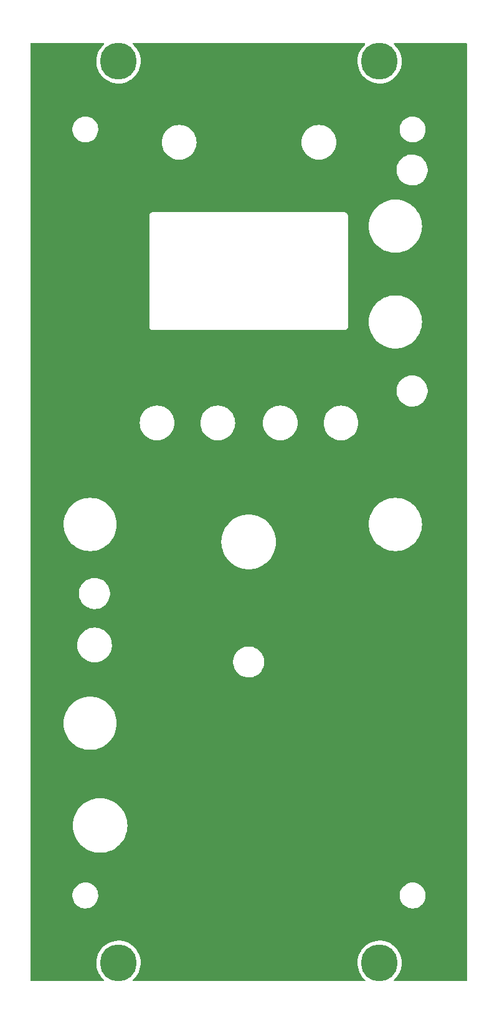
<source format=gbr>
G04 #@! TF.GenerationSoftware,KiCad,Pcbnew,(6.0.1)*
G04 #@! TF.CreationDate,2022-10-29T06:40:01-07:00*
G04 #@! TF.ProjectId,SpankulatorPanel,5370616e-6b75-46c6-9174-6f7250616e65,rev?*
G04 #@! TF.SameCoordinates,Original*
G04 #@! TF.FileFunction,Copper,L2,Bot*
G04 #@! TF.FilePolarity,Positive*
%FSLAX46Y46*%
G04 Gerber Fmt 4.6, Leading zero omitted, Abs format (unit mm)*
G04 Created by KiCad (PCBNEW (6.0.1)) date 2022-10-29 06:40:01*
%MOMM*%
%LPD*%
G01*
G04 APERTURE LIST*
G04 #@! TA.AperFunction,ComponentPad*
%ADD10C,5.000000*%
G04 #@! TD*
G04 APERTURE END LIST*
D10*
X67500000Y-43000000D03*
X103000000Y-43000000D03*
X103000000Y-165400000D03*
X67500000Y-165400000D03*
G04 #@! TA.AperFunction,NonConductor*
G36*
X65507956Y-40528002D02*
G01*
X65554449Y-40581658D01*
X65564553Y-40651932D01*
X65535059Y-40716512D01*
X65518622Y-40732328D01*
X65483509Y-40760459D01*
X65239466Y-41007071D01*
X65237225Y-41009929D01*
X65180732Y-41081978D01*
X65025386Y-41280098D01*
X65023493Y-41283187D01*
X65023491Y-41283190D01*
X64977233Y-41358676D01*
X64844105Y-41575921D01*
X64842580Y-41579206D01*
X64842578Y-41579210D01*
X64803505Y-41663386D01*
X64698027Y-41890620D01*
X64589087Y-42220023D01*
X64518730Y-42559764D01*
X64487888Y-42905341D01*
X64487983Y-42908971D01*
X64487983Y-42908972D01*
X64490367Y-43000000D01*
X64496970Y-43252171D01*
X64545856Y-43595660D01*
X64633897Y-43931253D01*
X64759927Y-44254503D01*
X64761624Y-44257708D01*
X64895113Y-44509825D01*
X64922275Y-44561126D01*
X64924325Y-44564109D01*
X64924327Y-44564112D01*
X65116733Y-44844064D01*
X65116739Y-44844071D01*
X65118790Y-44847056D01*
X65346866Y-45108505D01*
X65349551Y-45110948D01*
X65559268Y-45301775D01*
X65603481Y-45342006D01*
X65885233Y-45544466D01*
X66188388Y-45713200D01*
X66508928Y-45845972D01*
X66512422Y-45846967D01*
X66512424Y-45846968D01*
X66839103Y-45940025D01*
X66839108Y-45940026D01*
X66842604Y-45941022D01*
X67039304Y-45973233D01*
X67181412Y-45996504D01*
X67181419Y-45996505D01*
X67184993Y-45997090D01*
X67358276Y-46005262D01*
X67527931Y-46013263D01*
X67527932Y-46013263D01*
X67531558Y-46013434D01*
X67540415Y-46012830D01*
X67874073Y-45990084D01*
X67874081Y-45990083D01*
X67877704Y-45989836D01*
X67881279Y-45989173D01*
X67881282Y-45989173D01*
X68215279Y-45927270D01*
X68215283Y-45927269D01*
X68218844Y-45926609D01*
X68550456Y-45824592D01*
X68868145Y-45685136D01*
X69112511Y-45542341D01*
X69164560Y-45511926D01*
X69164562Y-45511925D01*
X69167700Y-45510091D01*
X69170609Y-45507907D01*
X69442244Y-45303958D01*
X69442248Y-45303955D01*
X69445151Y-45301775D01*
X69696819Y-45062950D01*
X69919370Y-44796783D01*
X70109853Y-44506799D01*
X70238446Y-44251121D01*
X70264117Y-44200080D01*
X70264120Y-44200072D01*
X70265744Y-44196844D01*
X70384977Y-43871026D01*
X70385822Y-43867504D01*
X70385825Y-43867496D01*
X70465124Y-43537191D01*
X70465125Y-43537187D01*
X70465971Y-43533662D01*
X70500035Y-43252171D01*
X70507316Y-43192004D01*
X70507316Y-43191997D01*
X70507652Y-43189225D01*
X70513599Y-43000000D01*
X70513438Y-42997204D01*
X70493836Y-42657246D01*
X70493835Y-42657241D01*
X70493627Y-42653626D01*
X70433976Y-42311842D01*
X70335437Y-41979180D01*
X70199316Y-41660048D01*
X70149569Y-41572831D01*
X70029208Y-41361816D01*
X70027417Y-41358676D01*
X69822018Y-41079060D01*
X69585842Y-40824904D01*
X69474502Y-40729810D01*
X69435692Y-40670361D01*
X69435185Y-40599366D01*
X69473142Y-40539367D01*
X69537510Y-40509414D01*
X69556332Y-40508000D01*
X100939835Y-40508000D01*
X101007956Y-40528002D01*
X101054449Y-40581658D01*
X101064553Y-40651932D01*
X101035059Y-40716512D01*
X101018622Y-40732328D01*
X100983509Y-40760459D01*
X100739466Y-41007071D01*
X100737225Y-41009929D01*
X100680732Y-41081978D01*
X100525386Y-41280098D01*
X100523493Y-41283187D01*
X100523491Y-41283190D01*
X100477233Y-41358676D01*
X100344105Y-41575921D01*
X100342580Y-41579206D01*
X100342578Y-41579210D01*
X100303505Y-41663386D01*
X100198027Y-41890620D01*
X100089087Y-42220023D01*
X100018730Y-42559764D01*
X99987888Y-42905341D01*
X99987983Y-42908971D01*
X99987983Y-42908972D01*
X99990367Y-43000000D01*
X99996970Y-43252171D01*
X100045856Y-43595660D01*
X100133897Y-43931253D01*
X100259927Y-44254503D01*
X100261624Y-44257708D01*
X100395113Y-44509825D01*
X100422275Y-44561126D01*
X100424325Y-44564109D01*
X100424327Y-44564112D01*
X100616733Y-44844064D01*
X100616739Y-44844071D01*
X100618790Y-44847056D01*
X100846866Y-45108505D01*
X100849551Y-45110948D01*
X101059268Y-45301775D01*
X101103481Y-45342006D01*
X101385233Y-45544466D01*
X101688388Y-45713200D01*
X102008928Y-45845972D01*
X102012422Y-45846967D01*
X102012424Y-45846968D01*
X102339103Y-45940025D01*
X102339108Y-45940026D01*
X102342604Y-45941022D01*
X102539304Y-45973233D01*
X102681412Y-45996504D01*
X102681419Y-45996505D01*
X102684993Y-45997090D01*
X102858276Y-46005262D01*
X103027931Y-46013263D01*
X103027932Y-46013263D01*
X103031558Y-46013434D01*
X103040415Y-46012830D01*
X103374073Y-45990084D01*
X103374081Y-45990083D01*
X103377704Y-45989836D01*
X103381279Y-45989173D01*
X103381282Y-45989173D01*
X103715279Y-45927270D01*
X103715283Y-45927269D01*
X103718844Y-45926609D01*
X104050456Y-45824592D01*
X104368145Y-45685136D01*
X104612511Y-45542341D01*
X104664560Y-45511926D01*
X104664562Y-45511925D01*
X104667700Y-45510091D01*
X104670609Y-45507907D01*
X104942244Y-45303958D01*
X104942248Y-45303955D01*
X104945151Y-45301775D01*
X105196819Y-45062950D01*
X105419370Y-44796783D01*
X105609853Y-44506799D01*
X105738446Y-44251121D01*
X105764117Y-44200080D01*
X105764120Y-44200072D01*
X105765744Y-44196844D01*
X105884977Y-43871026D01*
X105885822Y-43867504D01*
X105885825Y-43867496D01*
X105965124Y-43537191D01*
X105965125Y-43537187D01*
X105965971Y-43533662D01*
X106000035Y-43252171D01*
X106007316Y-43192004D01*
X106007316Y-43191997D01*
X106007652Y-43189225D01*
X106013599Y-43000000D01*
X106013438Y-42997204D01*
X105993836Y-42657246D01*
X105993835Y-42657241D01*
X105993627Y-42653626D01*
X105933976Y-42311842D01*
X105835437Y-41979180D01*
X105699316Y-41660048D01*
X105649569Y-41572831D01*
X105529208Y-41361816D01*
X105527417Y-41358676D01*
X105322018Y-41079060D01*
X105085842Y-40824904D01*
X104974502Y-40729810D01*
X104935692Y-40670361D01*
X104935185Y-40599366D01*
X104973142Y-40539367D01*
X105037510Y-40509414D01*
X105056332Y-40508000D01*
X114766000Y-40508000D01*
X114834121Y-40528002D01*
X114880614Y-40581658D01*
X114892000Y-40634000D01*
X114892000Y-167766000D01*
X114871998Y-167834121D01*
X114818342Y-167880614D01*
X114766000Y-167892000D01*
X105060517Y-167892000D01*
X104992396Y-167871998D01*
X104945903Y-167818342D01*
X104935799Y-167748068D01*
X104965293Y-167683488D01*
X104973784Y-167674603D01*
X105194180Y-167465454D01*
X105196819Y-167462950D01*
X105419370Y-167196783D01*
X105609853Y-166906799D01*
X105738446Y-166651121D01*
X105764117Y-166600080D01*
X105764120Y-166600072D01*
X105765744Y-166596844D01*
X105884977Y-166271026D01*
X105885822Y-166267504D01*
X105885825Y-166267496D01*
X105965124Y-165937191D01*
X105965125Y-165937187D01*
X105965971Y-165933662D01*
X106000035Y-165652171D01*
X106007316Y-165592004D01*
X106007316Y-165591997D01*
X106007652Y-165589225D01*
X106013599Y-165400000D01*
X106013438Y-165397204D01*
X105993836Y-165057246D01*
X105993835Y-165057241D01*
X105993627Y-165053626D01*
X105933976Y-164711842D01*
X105835437Y-164379180D01*
X105699316Y-164060048D01*
X105649569Y-163972831D01*
X105529208Y-163761816D01*
X105527417Y-163758676D01*
X105322018Y-163479060D01*
X105085842Y-163224904D01*
X104822019Y-162999578D01*
X104534047Y-162806069D01*
X104225741Y-162646940D01*
X103901189Y-162524302D01*
X103897668Y-162523418D01*
X103897663Y-162523416D01*
X103736378Y-162482905D01*
X103564692Y-162439780D01*
X103542476Y-162436855D01*
X103224315Y-162394968D01*
X103224307Y-162394967D01*
X103220711Y-162394494D01*
X103076045Y-162392221D01*
X102877446Y-162389101D01*
X102877442Y-162389101D01*
X102873804Y-162389044D01*
X102870190Y-162389405D01*
X102870184Y-162389405D01*
X102626843Y-162413694D01*
X102528569Y-162423503D01*
X102189583Y-162497414D01*
X102186156Y-162498587D01*
X102186150Y-162498589D01*
X102107296Y-162525587D01*
X101861339Y-162609797D01*
X101548188Y-162759163D01*
X101254279Y-162943532D01*
X101251443Y-162945804D01*
X101251436Y-162945809D01*
X101007384Y-163141332D01*
X100983509Y-163160459D01*
X100739466Y-163407071D01*
X100737225Y-163409929D01*
X100680732Y-163481978D01*
X100525386Y-163680098D01*
X100523493Y-163683187D01*
X100523491Y-163683190D01*
X100477233Y-163758676D01*
X100344105Y-163975921D01*
X100342580Y-163979206D01*
X100342578Y-163979210D01*
X100303505Y-164063386D01*
X100198027Y-164290620D01*
X100089087Y-164620023D01*
X100018730Y-164959764D01*
X99987888Y-165305341D01*
X99987983Y-165308971D01*
X99987983Y-165308972D01*
X99990367Y-165400000D01*
X99996970Y-165652171D01*
X100045856Y-165995660D01*
X100133897Y-166331253D01*
X100259927Y-166654503D01*
X100261624Y-166657708D01*
X100395113Y-166909825D01*
X100422275Y-166961126D01*
X100424325Y-166964109D01*
X100424327Y-166964112D01*
X100616733Y-167244064D01*
X100616739Y-167244071D01*
X100618790Y-167247056D01*
X100846866Y-167508505D01*
X100849551Y-167510948D01*
X101027431Y-167672806D01*
X101064354Y-167733447D01*
X101062631Y-167804422D01*
X101022809Y-167863199D01*
X100957531Y-167891116D01*
X100942632Y-167892000D01*
X69560517Y-167892000D01*
X69492396Y-167871998D01*
X69445903Y-167818342D01*
X69435799Y-167748068D01*
X69465293Y-167683488D01*
X69473784Y-167674603D01*
X69694180Y-167465454D01*
X69696819Y-167462950D01*
X69919370Y-167196783D01*
X70109853Y-166906799D01*
X70238446Y-166651121D01*
X70264117Y-166600080D01*
X70264120Y-166600072D01*
X70265744Y-166596844D01*
X70384977Y-166271026D01*
X70385822Y-166267504D01*
X70385825Y-166267496D01*
X70465124Y-165937191D01*
X70465125Y-165937187D01*
X70465971Y-165933662D01*
X70500035Y-165652171D01*
X70507316Y-165592004D01*
X70507316Y-165591997D01*
X70507652Y-165589225D01*
X70513599Y-165400000D01*
X70513438Y-165397204D01*
X70493836Y-165057246D01*
X70493835Y-165057241D01*
X70493627Y-165053626D01*
X70433976Y-164711842D01*
X70335437Y-164379180D01*
X70199316Y-164060048D01*
X70149569Y-163972831D01*
X70029208Y-163761816D01*
X70027417Y-163758676D01*
X69822018Y-163479060D01*
X69585842Y-163224904D01*
X69322019Y-162999578D01*
X69034047Y-162806069D01*
X68725741Y-162646940D01*
X68401189Y-162524302D01*
X68397668Y-162523418D01*
X68397663Y-162523416D01*
X68236378Y-162482905D01*
X68064692Y-162439780D01*
X68042476Y-162436855D01*
X67724315Y-162394968D01*
X67724307Y-162394967D01*
X67720711Y-162394494D01*
X67576045Y-162392221D01*
X67377446Y-162389101D01*
X67377442Y-162389101D01*
X67373804Y-162389044D01*
X67370190Y-162389405D01*
X67370184Y-162389405D01*
X67126843Y-162413694D01*
X67028569Y-162423503D01*
X66689583Y-162497414D01*
X66686156Y-162498587D01*
X66686150Y-162498589D01*
X66607296Y-162525587D01*
X66361339Y-162609797D01*
X66048188Y-162759163D01*
X65754279Y-162943532D01*
X65751443Y-162945804D01*
X65751436Y-162945809D01*
X65507384Y-163141332D01*
X65483509Y-163160459D01*
X65239466Y-163407071D01*
X65237225Y-163409929D01*
X65180732Y-163481978D01*
X65025386Y-163680098D01*
X65023493Y-163683187D01*
X65023491Y-163683190D01*
X64977233Y-163758676D01*
X64844105Y-163975921D01*
X64842580Y-163979206D01*
X64842578Y-163979210D01*
X64803505Y-164063386D01*
X64698027Y-164290620D01*
X64589087Y-164620023D01*
X64518730Y-164959764D01*
X64487888Y-165305341D01*
X64487983Y-165308971D01*
X64487983Y-165308972D01*
X64490367Y-165400000D01*
X64496970Y-165652171D01*
X64545856Y-165995660D01*
X64633897Y-166331253D01*
X64759927Y-166654503D01*
X64761624Y-166657708D01*
X64895113Y-166909825D01*
X64922275Y-166961126D01*
X64924325Y-166964109D01*
X64924327Y-166964112D01*
X65116733Y-167244064D01*
X65116739Y-167244071D01*
X65118790Y-167247056D01*
X65346866Y-167508505D01*
X65349551Y-167510948D01*
X65527431Y-167672806D01*
X65564354Y-167733447D01*
X65562631Y-167804422D01*
X65522809Y-167863199D01*
X65457531Y-167891116D01*
X65442632Y-167892000D01*
X55634000Y-167892000D01*
X55565879Y-167871998D01*
X55519386Y-167818342D01*
X55508000Y-167766000D01*
X55508000Y-156357655D01*
X61239858Y-156357655D01*
X61275104Y-156616638D01*
X61276412Y-156621124D01*
X61276412Y-156621126D01*
X61296098Y-156688664D01*
X61348243Y-156867567D01*
X61457668Y-157104928D01*
X61460231Y-157108837D01*
X61598410Y-157319596D01*
X61598414Y-157319601D01*
X61600976Y-157323509D01*
X61775018Y-157518506D01*
X61975970Y-157685637D01*
X61979973Y-157688066D01*
X62195422Y-157818804D01*
X62195426Y-157818806D01*
X62199419Y-157821229D01*
X62440455Y-157922303D01*
X62693783Y-157986641D01*
X62698434Y-157987109D01*
X62698438Y-157987110D01*
X62891308Y-158006531D01*
X62910867Y-158008500D01*
X63066354Y-158008500D01*
X63068679Y-158008327D01*
X63068685Y-158008327D01*
X63256000Y-157994407D01*
X63256004Y-157994406D01*
X63260652Y-157994061D01*
X63265200Y-157993032D01*
X63265206Y-157993031D01*
X63451601Y-157950853D01*
X63515577Y-157936377D01*
X63551769Y-157922303D01*
X63754824Y-157843340D01*
X63754827Y-157843339D01*
X63759177Y-157841647D01*
X63986098Y-157711951D01*
X64191357Y-157550138D01*
X64370443Y-157359763D01*
X64519424Y-157145009D01*
X64635025Y-156910593D01*
X64714707Y-156661665D01*
X64756721Y-156403693D01*
X64757324Y-156357655D01*
X105739858Y-156357655D01*
X105775104Y-156616638D01*
X105776412Y-156621124D01*
X105776412Y-156621126D01*
X105796098Y-156688664D01*
X105848243Y-156867567D01*
X105957668Y-157104928D01*
X105960231Y-157108837D01*
X106098410Y-157319596D01*
X106098414Y-157319601D01*
X106100976Y-157323509D01*
X106275018Y-157518506D01*
X106475970Y-157685637D01*
X106479973Y-157688066D01*
X106695422Y-157818804D01*
X106695426Y-157818806D01*
X106699419Y-157821229D01*
X106940455Y-157922303D01*
X107193783Y-157986641D01*
X107198434Y-157987109D01*
X107198438Y-157987110D01*
X107391308Y-158006531D01*
X107410867Y-158008500D01*
X107566354Y-158008500D01*
X107568679Y-158008327D01*
X107568685Y-158008327D01*
X107756000Y-157994407D01*
X107756004Y-157994406D01*
X107760652Y-157994061D01*
X107765200Y-157993032D01*
X107765206Y-157993031D01*
X107951601Y-157950853D01*
X108015577Y-157936377D01*
X108051769Y-157922303D01*
X108254824Y-157843340D01*
X108254827Y-157843339D01*
X108259177Y-157841647D01*
X108486098Y-157711951D01*
X108691357Y-157550138D01*
X108870443Y-157359763D01*
X109019424Y-157145009D01*
X109135025Y-156910593D01*
X109214707Y-156661665D01*
X109256721Y-156403693D01*
X109260142Y-156142345D01*
X109224896Y-155883362D01*
X109210473Y-155833877D01*
X109153068Y-155636932D01*
X109151757Y-155632433D01*
X109042332Y-155395072D01*
X109009519Y-155345024D01*
X108901590Y-155180404D01*
X108901586Y-155180399D01*
X108899024Y-155176491D01*
X108724982Y-154981494D01*
X108524030Y-154814363D01*
X108476844Y-154785730D01*
X108304578Y-154681196D01*
X108304574Y-154681194D01*
X108300581Y-154678771D01*
X108059545Y-154577697D01*
X107806217Y-154513359D01*
X107801566Y-154512891D01*
X107801562Y-154512890D01*
X107592271Y-154491816D01*
X107589133Y-154491500D01*
X107433646Y-154491500D01*
X107431321Y-154491673D01*
X107431315Y-154491673D01*
X107244000Y-154505593D01*
X107243996Y-154505594D01*
X107239348Y-154505939D01*
X107234800Y-154506968D01*
X107234794Y-154506969D01*
X107048399Y-154549147D01*
X106984423Y-154563623D01*
X106980071Y-154565315D01*
X106980069Y-154565316D01*
X106745176Y-154656660D01*
X106745173Y-154656661D01*
X106740823Y-154658353D01*
X106513902Y-154788049D01*
X106308643Y-154949862D01*
X106129557Y-155140237D01*
X105980576Y-155354991D01*
X105864975Y-155589407D01*
X105785293Y-155838335D01*
X105743279Y-156096307D01*
X105739858Y-156357655D01*
X64757324Y-156357655D01*
X64760142Y-156142345D01*
X64724896Y-155883362D01*
X64710473Y-155833877D01*
X64653068Y-155636932D01*
X64651757Y-155632433D01*
X64542332Y-155395072D01*
X64509519Y-155345024D01*
X64401590Y-155180404D01*
X64401586Y-155180399D01*
X64399024Y-155176491D01*
X64224982Y-154981494D01*
X64024030Y-154814363D01*
X63976844Y-154785730D01*
X63804578Y-154681196D01*
X63804574Y-154681194D01*
X63800581Y-154678771D01*
X63559545Y-154577697D01*
X63306217Y-154513359D01*
X63301566Y-154512891D01*
X63301562Y-154512890D01*
X63092271Y-154491816D01*
X63089133Y-154491500D01*
X62933646Y-154491500D01*
X62931321Y-154491673D01*
X62931315Y-154491673D01*
X62744000Y-154505593D01*
X62743996Y-154505594D01*
X62739348Y-154505939D01*
X62734800Y-154506968D01*
X62734794Y-154506969D01*
X62548399Y-154549147D01*
X62484423Y-154563623D01*
X62480071Y-154565315D01*
X62480069Y-154565316D01*
X62245176Y-154656660D01*
X62245173Y-154656661D01*
X62240823Y-154658353D01*
X62013902Y-154788049D01*
X61808643Y-154949862D01*
X61629557Y-155140237D01*
X61480576Y-155354991D01*
X61364975Y-155589407D01*
X61285293Y-155838335D01*
X61243279Y-156096307D01*
X61239858Y-156357655D01*
X55508000Y-156357655D01*
X55508000Y-146750000D01*
X61286411Y-146750000D01*
X61306754Y-147138176D01*
X61367562Y-147522099D01*
X61468167Y-147897562D01*
X61607468Y-148260453D01*
X61783938Y-148606794D01*
X61995643Y-148932793D01*
X62240266Y-149234876D01*
X62515124Y-149509734D01*
X62817207Y-149754357D01*
X63143206Y-149966062D01*
X63146140Y-149967557D01*
X63146147Y-149967561D01*
X63486607Y-150141034D01*
X63489547Y-150142532D01*
X63852438Y-150281833D01*
X64227901Y-150382438D01*
X64431793Y-150414732D01*
X64608576Y-150442732D01*
X64608584Y-150442733D01*
X64611824Y-150443246D01*
X64902894Y-150458500D01*
X65097106Y-150458500D01*
X65388176Y-150443246D01*
X65391416Y-150442733D01*
X65391424Y-150442732D01*
X65568207Y-150414732D01*
X65772099Y-150382438D01*
X66147562Y-150281833D01*
X66510453Y-150142532D01*
X66513393Y-150141034D01*
X66853853Y-149967561D01*
X66853860Y-149967557D01*
X66856794Y-149966062D01*
X67182793Y-149754357D01*
X67484876Y-149509734D01*
X67759734Y-149234876D01*
X68004357Y-148932793D01*
X68214265Y-148609563D01*
X68214266Y-148609561D01*
X68216062Y-148606795D01*
X68217562Y-148603853D01*
X68391034Y-148263393D01*
X68392532Y-148260453D01*
X68531833Y-147897562D01*
X68632438Y-147522099D01*
X68693246Y-147138176D01*
X68713589Y-146750000D01*
X68693246Y-146361824D01*
X68632438Y-145977901D01*
X68531833Y-145602438D01*
X68392532Y-145239547D01*
X68216062Y-144893206D01*
X68004357Y-144567207D01*
X67759734Y-144265124D01*
X67484876Y-143990266D01*
X67182793Y-143745643D01*
X66856794Y-143533938D01*
X66853860Y-143532443D01*
X66853853Y-143532439D01*
X66513393Y-143358966D01*
X66510453Y-143357468D01*
X66147562Y-143218167D01*
X65772099Y-143117562D01*
X65568207Y-143085268D01*
X65391424Y-143057268D01*
X65391416Y-143057267D01*
X65388176Y-143056754D01*
X65097106Y-143041500D01*
X64902894Y-143041500D01*
X64611824Y-143056754D01*
X64608584Y-143057267D01*
X64608576Y-143057268D01*
X64431793Y-143085268D01*
X64227901Y-143117562D01*
X63852438Y-143218167D01*
X63489547Y-143357468D01*
X63486607Y-143358966D01*
X63146147Y-143532439D01*
X63146140Y-143532443D01*
X63143206Y-143533938D01*
X62817207Y-143745643D01*
X62515124Y-143990266D01*
X62240266Y-144265124D01*
X61995643Y-144567207D01*
X61993848Y-144569970D01*
X61993848Y-144569971D01*
X61785736Y-144890436D01*
X61785734Y-144890439D01*
X61783938Y-144893205D01*
X61782443Y-144896139D01*
X61782439Y-144896146D01*
X61608966Y-145236607D01*
X61607468Y-145239547D01*
X61468167Y-145602438D01*
X61367562Y-145977901D01*
X61306754Y-146361824D01*
X61286411Y-146750000D01*
X55508000Y-146750000D01*
X55508000Y-132880000D01*
X60036548Y-132880000D01*
X60056343Y-133257709D01*
X60115511Y-133631279D01*
X60213403Y-133996618D01*
X60348947Y-134349723D01*
X60520659Y-134686726D01*
X60726656Y-135003934D01*
X60964682Y-135297871D01*
X61232129Y-135565318D01*
X61526066Y-135803344D01*
X61843274Y-136009341D01*
X61846208Y-136010836D01*
X61846215Y-136010840D01*
X62177337Y-136179555D01*
X62180277Y-136181053D01*
X62533382Y-136316597D01*
X62898721Y-136414489D01*
X63097158Y-136445918D01*
X63269043Y-136473143D01*
X63269051Y-136473144D01*
X63272291Y-136473657D01*
X63555511Y-136488500D01*
X63744489Y-136488500D01*
X64027709Y-136473657D01*
X64030949Y-136473144D01*
X64030957Y-136473143D01*
X64202842Y-136445918D01*
X64401279Y-136414489D01*
X64766618Y-136316597D01*
X65119723Y-136181053D01*
X65122663Y-136179555D01*
X65453785Y-136010840D01*
X65453792Y-136010836D01*
X65456726Y-136009341D01*
X65773934Y-135803344D01*
X66067871Y-135565318D01*
X66335318Y-135297871D01*
X66573344Y-135003934D01*
X66779341Y-134686726D01*
X66951053Y-134349723D01*
X67086597Y-133996618D01*
X67184489Y-133631279D01*
X67243657Y-133257709D01*
X67263452Y-132880000D01*
X67243657Y-132502291D01*
X67184489Y-132128721D01*
X67086597Y-131763382D01*
X66951053Y-131410277D01*
X66779341Y-131073274D01*
X66573344Y-130756066D01*
X66335318Y-130462129D01*
X66067871Y-130194682D01*
X65773934Y-129956656D01*
X65456726Y-129750659D01*
X65453792Y-129749164D01*
X65453785Y-129749160D01*
X65122663Y-129580445D01*
X65119723Y-129578947D01*
X64766618Y-129443403D01*
X64401279Y-129345511D01*
X64202842Y-129314082D01*
X64030957Y-129286857D01*
X64030949Y-129286856D01*
X64027709Y-129286343D01*
X63744489Y-129271500D01*
X63555511Y-129271500D01*
X63272291Y-129286343D01*
X63269051Y-129286856D01*
X63269043Y-129286857D01*
X63097158Y-129314082D01*
X62898721Y-129345511D01*
X62533382Y-129443403D01*
X62180277Y-129578947D01*
X62177337Y-129580445D01*
X61846215Y-129749160D01*
X61846208Y-129749164D01*
X61843274Y-129750659D01*
X61526066Y-129956656D01*
X61232129Y-130194682D01*
X60964682Y-130462129D01*
X60726656Y-130756066D01*
X60520659Y-131073274D01*
X60348947Y-131410277D01*
X60213403Y-131763382D01*
X60115511Y-132128721D01*
X60056343Y-132502291D01*
X60036548Y-132880000D01*
X55508000Y-132880000D01*
X55508000Y-124682703D01*
X83090743Y-124682703D01*
X83128268Y-124967734D01*
X83204129Y-125245036D01*
X83316923Y-125509476D01*
X83464561Y-125756161D01*
X83644313Y-125980528D01*
X83852851Y-126178423D01*
X84086317Y-126346186D01*
X84090112Y-126348195D01*
X84090113Y-126348196D01*
X84111869Y-126359715D01*
X84340392Y-126480712D01*
X84610373Y-126579511D01*
X84891264Y-126640755D01*
X84919841Y-126643004D01*
X85114282Y-126658307D01*
X85114291Y-126658307D01*
X85116739Y-126658500D01*
X85272271Y-126658500D01*
X85274407Y-126658354D01*
X85274418Y-126658354D01*
X85482548Y-126644165D01*
X85482554Y-126644164D01*
X85486825Y-126643873D01*
X85491020Y-126643004D01*
X85491022Y-126643004D01*
X85627583Y-126614724D01*
X85768342Y-126585574D01*
X86039343Y-126489607D01*
X86294812Y-126357750D01*
X86298313Y-126355289D01*
X86298317Y-126355287D01*
X86412417Y-126275096D01*
X86530023Y-126192441D01*
X86740622Y-125996740D01*
X86922713Y-125774268D01*
X87072927Y-125529142D01*
X87188483Y-125265898D01*
X87267244Y-124989406D01*
X87307751Y-124704784D01*
X87307845Y-124686951D01*
X87309235Y-124421583D01*
X87309235Y-124421576D01*
X87309257Y-124417297D01*
X87271732Y-124132266D01*
X87195871Y-123854964D01*
X87083077Y-123590524D01*
X87008527Y-123465960D01*
X86937643Y-123347521D01*
X86937640Y-123347517D01*
X86935439Y-123343839D01*
X86755687Y-123119472D01*
X86547149Y-122921577D01*
X86313683Y-122753814D01*
X86291843Y-122742250D01*
X86268654Y-122729972D01*
X86059608Y-122619288D01*
X85789627Y-122520489D01*
X85508736Y-122459245D01*
X85477685Y-122456801D01*
X85285718Y-122441693D01*
X85285709Y-122441693D01*
X85283261Y-122441500D01*
X85127729Y-122441500D01*
X85125593Y-122441646D01*
X85125582Y-122441646D01*
X84917452Y-122455835D01*
X84917446Y-122455836D01*
X84913175Y-122456127D01*
X84908980Y-122456996D01*
X84908978Y-122456996D01*
X84772416Y-122485277D01*
X84631658Y-122514426D01*
X84360657Y-122610393D01*
X84105188Y-122742250D01*
X84101687Y-122744711D01*
X84101683Y-122744713D01*
X84091594Y-122751804D01*
X83869977Y-122907559D01*
X83659378Y-123103260D01*
X83477287Y-123325732D01*
X83327073Y-123570858D01*
X83325347Y-123574791D01*
X83325346Y-123574792D01*
X83213243Y-123830170D01*
X83211517Y-123834102D01*
X83132756Y-124110594D01*
X83092249Y-124395216D01*
X83092227Y-124399505D01*
X83092226Y-124399512D01*
X83090765Y-124678417D01*
X83090743Y-124682703D01*
X55508000Y-124682703D01*
X55508000Y-122250000D01*
X61886439Y-122250000D01*
X61886709Y-122254119D01*
X61903771Y-122514426D01*
X61906660Y-122558507D01*
X61907464Y-122562547D01*
X61907464Y-122562550D01*
X61918750Y-122619288D01*
X61966975Y-122861735D01*
X61968300Y-122865639D01*
X61968301Y-122865642D01*
X61988290Y-122924527D01*
X62066354Y-123154496D01*
X62068177Y-123158192D01*
X62068180Y-123158200D01*
X62159728Y-123343839D01*
X62203096Y-123431780D01*
X62205390Y-123435213D01*
X62205391Y-123435215D01*
X62311806Y-123594476D01*
X62374861Y-123688845D01*
X62377575Y-123691939D01*
X62377579Y-123691945D01*
X62524173Y-123859103D01*
X62578710Y-123921290D01*
X62581799Y-123923999D01*
X62808055Y-124122421D01*
X62808061Y-124122425D01*
X62811155Y-124125139D01*
X62814581Y-124127428D01*
X62814586Y-124127432D01*
X63064785Y-124294609D01*
X63068220Y-124296904D01*
X63071923Y-124298730D01*
X63341800Y-124431820D01*
X63341808Y-124431823D01*
X63345504Y-124433646D01*
X63349419Y-124434975D01*
X63634358Y-124531699D01*
X63634361Y-124531700D01*
X63638265Y-124533025D01*
X63864961Y-124578117D01*
X63937450Y-124592536D01*
X63937453Y-124592536D01*
X63941493Y-124593340D01*
X63945604Y-124593609D01*
X63945608Y-124593610D01*
X64170737Y-124608366D01*
X64170746Y-124608366D01*
X64172786Y-124608500D01*
X64327214Y-124608500D01*
X64329254Y-124608366D01*
X64329263Y-124608366D01*
X64554392Y-124593610D01*
X64554396Y-124593609D01*
X64558507Y-124593340D01*
X64562547Y-124592536D01*
X64562550Y-124592536D01*
X64635039Y-124578117D01*
X64861735Y-124533025D01*
X64865639Y-124531700D01*
X64865642Y-124531699D01*
X65150581Y-124434975D01*
X65154496Y-124433646D01*
X65158192Y-124431823D01*
X65158200Y-124431820D01*
X65428077Y-124298730D01*
X65431780Y-124296904D01*
X65435215Y-124294609D01*
X65685414Y-124127432D01*
X65685419Y-124127428D01*
X65688845Y-124125139D01*
X65691939Y-124122425D01*
X65691945Y-124122421D01*
X65918201Y-123923999D01*
X65921290Y-123921290D01*
X65975827Y-123859103D01*
X66122421Y-123691945D01*
X66122425Y-123691939D01*
X66125139Y-123688845D01*
X66188195Y-123594476D01*
X66294610Y-123435214D01*
X66296904Y-123431781D01*
X66338457Y-123347521D01*
X66431822Y-123158194D01*
X66433646Y-123154496D01*
X66445535Y-123119472D01*
X66531699Y-122865642D01*
X66531700Y-122865639D01*
X66533025Y-122861735D01*
X66581250Y-122619288D01*
X66592536Y-122562550D01*
X66592536Y-122562547D01*
X66593340Y-122558507D01*
X66596230Y-122514426D01*
X66613291Y-122254119D01*
X66613561Y-122250000D01*
X66593340Y-121941493D01*
X66533025Y-121638265D01*
X66433646Y-121345504D01*
X66431822Y-121341806D01*
X66431820Y-121341800D01*
X66298730Y-121071923D01*
X66296904Y-121068220D01*
X66294610Y-121064787D01*
X66294609Y-121064785D01*
X66127432Y-120814586D01*
X66127428Y-120814581D01*
X66125139Y-120811155D01*
X66122425Y-120808061D01*
X66122421Y-120808055D01*
X65923999Y-120581799D01*
X65921290Y-120578710D01*
X65918201Y-120576001D01*
X65691945Y-120377579D01*
X65691939Y-120377575D01*
X65688845Y-120374861D01*
X65685419Y-120372572D01*
X65685414Y-120372568D01*
X65435215Y-120205391D01*
X65435213Y-120205390D01*
X65431780Y-120203096D01*
X65382352Y-120178721D01*
X65158200Y-120068180D01*
X65158192Y-120068177D01*
X65154496Y-120066354D01*
X65150581Y-120065025D01*
X64865642Y-119968301D01*
X64865639Y-119968300D01*
X64861735Y-119966975D01*
X64635039Y-119921883D01*
X64562550Y-119907464D01*
X64562547Y-119907464D01*
X64558507Y-119906660D01*
X64554396Y-119906391D01*
X64554392Y-119906390D01*
X64329263Y-119891634D01*
X64329254Y-119891634D01*
X64327214Y-119891500D01*
X64172786Y-119891500D01*
X64170746Y-119891634D01*
X64170737Y-119891634D01*
X63945608Y-119906390D01*
X63945604Y-119906391D01*
X63941493Y-119906660D01*
X63937453Y-119907464D01*
X63937450Y-119907464D01*
X63864961Y-119921883D01*
X63638265Y-119966975D01*
X63634361Y-119968300D01*
X63634358Y-119968301D01*
X63349419Y-120065025D01*
X63345504Y-120066354D01*
X63341808Y-120068177D01*
X63341800Y-120068180D01*
X63117648Y-120178721D01*
X63068220Y-120203096D01*
X63064787Y-120205390D01*
X63064785Y-120205391D01*
X62814586Y-120372568D01*
X62814581Y-120372572D01*
X62811155Y-120374861D01*
X62808061Y-120377575D01*
X62808055Y-120377579D01*
X62581799Y-120576001D01*
X62578710Y-120578710D01*
X62576001Y-120581799D01*
X62377579Y-120808055D01*
X62377575Y-120808061D01*
X62374861Y-120811155D01*
X62203096Y-121068219D01*
X62066354Y-121345504D01*
X61966975Y-121638265D01*
X61906660Y-121941493D01*
X61886439Y-122250000D01*
X55508000Y-122250000D01*
X55508000Y-115382703D01*
X62140743Y-115382703D01*
X62178268Y-115667734D01*
X62254129Y-115945036D01*
X62366923Y-116209476D01*
X62514561Y-116456161D01*
X62694313Y-116680528D01*
X62902851Y-116878423D01*
X63136317Y-117046186D01*
X63140112Y-117048195D01*
X63140113Y-117048196D01*
X63161869Y-117059715D01*
X63390392Y-117180712D01*
X63660373Y-117279511D01*
X63941264Y-117340755D01*
X63969841Y-117343004D01*
X64164282Y-117358307D01*
X64164291Y-117358307D01*
X64166739Y-117358500D01*
X64322271Y-117358500D01*
X64324407Y-117358354D01*
X64324418Y-117358354D01*
X64532548Y-117344165D01*
X64532554Y-117344164D01*
X64536825Y-117343873D01*
X64541020Y-117343004D01*
X64541022Y-117343004D01*
X64677583Y-117314724D01*
X64818342Y-117285574D01*
X65089343Y-117189607D01*
X65344812Y-117057750D01*
X65348313Y-117055289D01*
X65348317Y-117055287D01*
X65462417Y-116975096D01*
X65580023Y-116892441D01*
X65790622Y-116696740D01*
X65972713Y-116474268D01*
X66122927Y-116229142D01*
X66238483Y-115965898D01*
X66317244Y-115689406D01*
X66357751Y-115404784D01*
X66357845Y-115386951D01*
X66359235Y-115121583D01*
X66359235Y-115121576D01*
X66359257Y-115117297D01*
X66321732Y-114832266D01*
X66245871Y-114554964D01*
X66133077Y-114290524D01*
X65985439Y-114043839D01*
X65805687Y-113819472D01*
X65597149Y-113621577D01*
X65363683Y-113453814D01*
X65341843Y-113442250D01*
X65318654Y-113429972D01*
X65109608Y-113319288D01*
X64839627Y-113220489D01*
X64558736Y-113159245D01*
X64527685Y-113156801D01*
X64335718Y-113141693D01*
X64335709Y-113141693D01*
X64333261Y-113141500D01*
X64177729Y-113141500D01*
X64175593Y-113141646D01*
X64175582Y-113141646D01*
X63967452Y-113155835D01*
X63967446Y-113155836D01*
X63963175Y-113156127D01*
X63958980Y-113156996D01*
X63958978Y-113156996D01*
X63822416Y-113185277D01*
X63681658Y-113214426D01*
X63410657Y-113310393D01*
X63155188Y-113442250D01*
X63151687Y-113444711D01*
X63151683Y-113444713D01*
X63141594Y-113451804D01*
X62919977Y-113607559D01*
X62709378Y-113803260D01*
X62527287Y-114025732D01*
X62377073Y-114270858D01*
X62261517Y-114534102D01*
X62182756Y-114810594D01*
X62142249Y-115095216D01*
X62142227Y-115099505D01*
X62142226Y-115099512D01*
X62140765Y-115378417D01*
X62140743Y-115382703D01*
X55508000Y-115382703D01*
X55508000Y-105880000D01*
X60036548Y-105880000D01*
X60056343Y-106257709D01*
X60056856Y-106260949D01*
X60056857Y-106260957D01*
X60084082Y-106432842D01*
X60115511Y-106631279D01*
X60213403Y-106996618D01*
X60348947Y-107349723D01*
X60350445Y-107352663D01*
X60415919Y-107481162D01*
X60520659Y-107686726D01*
X60726656Y-108003934D01*
X60964682Y-108297871D01*
X61232129Y-108565318D01*
X61526066Y-108803344D01*
X61843274Y-109009341D01*
X61846208Y-109010836D01*
X61846215Y-109010840D01*
X62177337Y-109179555D01*
X62180277Y-109181053D01*
X62533382Y-109316597D01*
X62898721Y-109414489D01*
X63097158Y-109445918D01*
X63269043Y-109473143D01*
X63269051Y-109473144D01*
X63272291Y-109473657D01*
X63555511Y-109488500D01*
X63744489Y-109488500D01*
X64027709Y-109473657D01*
X64030949Y-109473144D01*
X64030957Y-109473143D01*
X64202842Y-109445918D01*
X64401279Y-109414489D01*
X64766618Y-109316597D01*
X65119723Y-109181053D01*
X65122663Y-109179555D01*
X65453785Y-109010840D01*
X65453792Y-109010836D01*
X65456726Y-109009341D01*
X65773934Y-108803344D01*
X66067871Y-108565318D01*
X66335318Y-108297871D01*
X66374083Y-108250000D01*
X81486411Y-108250000D01*
X81506754Y-108638176D01*
X81567562Y-109022099D01*
X81668167Y-109397562D01*
X81807468Y-109760453D01*
X81983938Y-110106794D01*
X82195643Y-110432793D01*
X82440266Y-110734876D01*
X82715124Y-111009734D01*
X83017207Y-111254357D01*
X83343206Y-111466062D01*
X83346140Y-111467557D01*
X83346147Y-111467561D01*
X83686607Y-111641034D01*
X83689547Y-111642532D01*
X84052438Y-111781833D01*
X84427901Y-111882438D01*
X84631793Y-111914732D01*
X84808576Y-111942732D01*
X84808584Y-111942733D01*
X84811824Y-111943246D01*
X85102894Y-111958500D01*
X85297106Y-111958500D01*
X85588176Y-111943246D01*
X85591416Y-111942733D01*
X85591424Y-111942732D01*
X85768207Y-111914732D01*
X85972099Y-111882438D01*
X86347562Y-111781833D01*
X86710453Y-111642532D01*
X86713393Y-111641034D01*
X87053853Y-111467561D01*
X87053860Y-111467557D01*
X87056794Y-111466062D01*
X87382793Y-111254357D01*
X87684876Y-111009734D01*
X87959734Y-110734876D01*
X88204357Y-110432793D01*
X88414265Y-110109563D01*
X88414266Y-110109561D01*
X88416062Y-110106795D01*
X88417562Y-110103853D01*
X88591034Y-109763393D01*
X88592532Y-109760453D01*
X88731833Y-109397562D01*
X88832438Y-109022099D01*
X88893246Y-108638176D01*
X88913589Y-108250000D01*
X88893246Y-107861824D01*
X88832438Y-107477901D01*
X88731833Y-107102438D01*
X88592532Y-106739547D01*
X88591034Y-106736607D01*
X88417561Y-106396147D01*
X88417557Y-106396140D01*
X88416062Y-106393206D01*
X88204357Y-106067207D01*
X88052759Y-105880000D01*
X101536548Y-105880000D01*
X101556343Y-106257709D01*
X101556856Y-106260949D01*
X101556857Y-106260957D01*
X101584082Y-106432842D01*
X101615511Y-106631279D01*
X101713403Y-106996618D01*
X101848947Y-107349723D01*
X101850445Y-107352663D01*
X101915919Y-107481162D01*
X102020659Y-107686726D01*
X102226656Y-108003934D01*
X102464682Y-108297871D01*
X102732129Y-108565318D01*
X103026066Y-108803344D01*
X103343274Y-109009341D01*
X103346208Y-109010836D01*
X103346215Y-109010840D01*
X103677337Y-109179555D01*
X103680277Y-109181053D01*
X104033382Y-109316597D01*
X104398721Y-109414489D01*
X104597158Y-109445918D01*
X104769043Y-109473143D01*
X104769051Y-109473144D01*
X104772291Y-109473657D01*
X105055511Y-109488500D01*
X105244489Y-109488500D01*
X105527709Y-109473657D01*
X105530949Y-109473144D01*
X105530957Y-109473143D01*
X105702842Y-109445918D01*
X105901279Y-109414489D01*
X106266618Y-109316597D01*
X106619723Y-109181053D01*
X106622663Y-109179555D01*
X106953785Y-109010840D01*
X106953792Y-109010836D01*
X106956726Y-109009341D01*
X107273934Y-108803344D01*
X107567871Y-108565318D01*
X107835318Y-108297871D01*
X108073344Y-108003934D01*
X108279341Y-107686726D01*
X108384082Y-107481162D01*
X108449555Y-107352663D01*
X108451053Y-107349723D01*
X108586597Y-106996618D01*
X108684489Y-106631279D01*
X108715918Y-106432842D01*
X108743143Y-106260957D01*
X108743144Y-106260949D01*
X108743657Y-106257709D01*
X108763452Y-105880000D01*
X108743657Y-105502291D01*
X108741753Y-105490266D01*
X108685005Y-105131982D01*
X108684489Y-105128721D01*
X108586597Y-104763382D01*
X108568913Y-104717312D01*
X108452237Y-104413362D01*
X108451053Y-104410277D01*
X108279341Y-104073274D01*
X108073344Y-103756066D01*
X107835318Y-103462129D01*
X107567871Y-103194682D01*
X107273934Y-102956656D01*
X106956726Y-102750659D01*
X106953792Y-102749164D01*
X106953785Y-102749160D01*
X106622663Y-102580445D01*
X106619723Y-102578947D01*
X106266618Y-102443403D01*
X105901279Y-102345511D01*
X105702842Y-102314082D01*
X105530957Y-102286857D01*
X105530949Y-102286856D01*
X105527709Y-102286343D01*
X105244489Y-102271500D01*
X105055511Y-102271500D01*
X104772291Y-102286343D01*
X104769051Y-102286856D01*
X104769043Y-102286857D01*
X104597158Y-102314082D01*
X104398721Y-102345511D01*
X104033382Y-102443403D01*
X103680277Y-102578947D01*
X103677337Y-102580445D01*
X103346215Y-102749160D01*
X103346208Y-102749164D01*
X103343274Y-102750659D01*
X103026066Y-102956656D01*
X102732129Y-103194682D01*
X102464682Y-103462129D01*
X102226656Y-103756066D01*
X102020659Y-104073274D01*
X101848947Y-104410277D01*
X101847763Y-104413362D01*
X101731088Y-104717312D01*
X101713403Y-104763382D01*
X101615511Y-105128721D01*
X101614995Y-105131982D01*
X101558248Y-105490266D01*
X101556343Y-105502291D01*
X101536548Y-105880000D01*
X88052759Y-105880000D01*
X87959734Y-105765124D01*
X87684876Y-105490266D01*
X87382793Y-105245643D01*
X87380029Y-105243848D01*
X87059563Y-105035736D01*
X87059560Y-105035734D01*
X87056794Y-105033938D01*
X87053860Y-105032443D01*
X87053853Y-105032439D01*
X86713393Y-104858966D01*
X86710453Y-104857468D01*
X86347562Y-104718167D01*
X85972099Y-104617562D01*
X85768207Y-104585268D01*
X85591424Y-104557268D01*
X85591416Y-104557267D01*
X85588176Y-104556754D01*
X85297106Y-104541500D01*
X85102894Y-104541500D01*
X84811824Y-104556754D01*
X84808584Y-104557267D01*
X84808576Y-104557268D01*
X84631793Y-104585268D01*
X84427901Y-104617562D01*
X84052438Y-104718167D01*
X83689547Y-104857468D01*
X83686607Y-104858966D01*
X83346147Y-105032439D01*
X83346140Y-105032443D01*
X83343206Y-105033938D01*
X83340440Y-105035734D01*
X83340437Y-105035736D01*
X83019971Y-105243848D01*
X83017207Y-105245643D01*
X82715124Y-105490266D01*
X82440266Y-105765124D01*
X82195643Y-106067207D01*
X82193848Y-106069970D01*
X82193848Y-106069971D01*
X81985736Y-106390436D01*
X81985734Y-106390439D01*
X81983938Y-106393205D01*
X81982443Y-106396139D01*
X81982439Y-106396146D01*
X81864295Y-106628018D01*
X81807468Y-106739547D01*
X81668167Y-107102438D01*
X81567562Y-107477901D01*
X81506754Y-107861824D01*
X81486411Y-108250000D01*
X66374083Y-108250000D01*
X66573344Y-108003934D01*
X66779341Y-107686726D01*
X66884082Y-107481162D01*
X66949555Y-107352663D01*
X66951053Y-107349723D01*
X67086597Y-106996618D01*
X67184489Y-106631279D01*
X67215918Y-106432842D01*
X67243143Y-106260957D01*
X67243144Y-106260949D01*
X67243657Y-106257709D01*
X67263452Y-105880000D01*
X67243657Y-105502291D01*
X67241753Y-105490266D01*
X67185005Y-105131982D01*
X67184489Y-105128721D01*
X67086597Y-104763382D01*
X67068913Y-104717312D01*
X66952237Y-104413362D01*
X66951053Y-104410277D01*
X66779341Y-104073274D01*
X66573344Y-103756066D01*
X66335318Y-103462129D01*
X66067871Y-103194682D01*
X65773934Y-102956656D01*
X65456726Y-102750659D01*
X65453792Y-102749164D01*
X65453785Y-102749160D01*
X65122663Y-102580445D01*
X65119723Y-102578947D01*
X64766618Y-102443403D01*
X64401279Y-102345511D01*
X64202842Y-102314082D01*
X64030957Y-102286857D01*
X64030949Y-102286856D01*
X64027709Y-102286343D01*
X63744489Y-102271500D01*
X63555511Y-102271500D01*
X63272291Y-102286343D01*
X63269051Y-102286856D01*
X63269043Y-102286857D01*
X63097158Y-102314082D01*
X62898721Y-102345511D01*
X62533382Y-102443403D01*
X62180277Y-102578947D01*
X62177337Y-102580445D01*
X61846215Y-102749160D01*
X61846208Y-102749164D01*
X61843274Y-102750659D01*
X61526066Y-102956656D01*
X61232129Y-103194682D01*
X60964682Y-103462129D01*
X60726656Y-103756066D01*
X60520659Y-104073274D01*
X60348947Y-104410277D01*
X60347763Y-104413362D01*
X60231088Y-104717312D01*
X60213403Y-104763382D01*
X60115511Y-105128721D01*
X60114995Y-105131982D01*
X60058248Y-105490266D01*
X60056343Y-105502291D01*
X60036548Y-105880000D01*
X55508000Y-105880000D01*
X55508000Y-92100000D01*
X70386439Y-92100000D01*
X70406660Y-92408507D01*
X70466975Y-92711735D01*
X70566354Y-93004496D01*
X70568177Y-93008192D01*
X70568180Y-93008200D01*
X70678721Y-93232352D01*
X70703096Y-93281780D01*
X70705390Y-93285213D01*
X70705391Y-93285214D01*
X70874861Y-93538845D01*
X70877575Y-93541939D01*
X70877579Y-93541945D01*
X71076001Y-93768201D01*
X71078710Y-93771290D01*
X71081799Y-93773999D01*
X71308055Y-93972421D01*
X71308061Y-93972425D01*
X71311155Y-93975139D01*
X71314581Y-93977428D01*
X71314586Y-93977432D01*
X71564785Y-94144609D01*
X71568220Y-94146904D01*
X71571923Y-94148730D01*
X71841800Y-94281820D01*
X71841808Y-94281823D01*
X71845504Y-94283646D01*
X71849419Y-94284975D01*
X72134358Y-94381699D01*
X72134361Y-94381700D01*
X72138265Y-94383025D01*
X72364961Y-94428117D01*
X72437450Y-94442536D01*
X72437453Y-94442536D01*
X72441493Y-94443340D01*
X72445604Y-94443609D01*
X72445608Y-94443610D01*
X72670737Y-94458366D01*
X72670746Y-94458366D01*
X72672786Y-94458500D01*
X72827214Y-94458500D01*
X72829254Y-94458366D01*
X72829263Y-94458366D01*
X73054392Y-94443610D01*
X73054396Y-94443609D01*
X73058507Y-94443340D01*
X73062547Y-94442536D01*
X73062550Y-94442536D01*
X73135039Y-94428117D01*
X73361735Y-94383025D01*
X73365639Y-94381700D01*
X73365642Y-94381699D01*
X73650581Y-94284975D01*
X73654496Y-94283646D01*
X73658192Y-94281823D01*
X73658200Y-94281820D01*
X73928077Y-94148730D01*
X73931780Y-94146904D01*
X73935215Y-94144609D01*
X74185414Y-93977432D01*
X74185419Y-93977428D01*
X74188845Y-93975139D01*
X74191939Y-93972425D01*
X74191945Y-93972421D01*
X74418201Y-93773999D01*
X74421290Y-93771290D01*
X74423999Y-93768201D01*
X74622421Y-93541945D01*
X74622425Y-93541939D01*
X74625139Y-93538845D01*
X74796904Y-93281781D01*
X74933646Y-93004496D01*
X75033025Y-92711735D01*
X75093340Y-92408507D01*
X75113561Y-92100000D01*
X78636439Y-92100000D01*
X78656660Y-92408507D01*
X78716975Y-92711735D01*
X78816354Y-93004496D01*
X78818177Y-93008192D01*
X78818180Y-93008200D01*
X78928721Y-93232352D01*
X78953096Y-93281780D01*
X78955390Y-93285213D01*
X78955391Y-93285214D01*
X79124861Y-93538845D01*
X79127575Y-93541939D01*
X79127579Y-93541945D01*
X79326001Y-93768201D01*
X79328710Y-93771290D01*
X79331799Y-93773999D01*
X79558055Y-93972421D01*
X79558061Y-93972425D01*
X79561155Y-93975139D01*
X79564581Y-93977428D01*
X79564586Y-93977432D01*
X79814785Y-94144609D01*
X79818220Y-94146904D01*
X79821923Y-94148730D01*
X80091800Y-94281820D01*
X80091808Y-94281823D01*
X80095504Y-94283646D01*
X80099419Y-94284975D01*
X80384358Y-94381699D01*
X80384361Y-94381700D01*
X80388265Y-94383025D01*
X80614961Y-94428117D01*
X80687450Y-94442536D01*
X80687453Y-94442536D01*
X80691493Y-94443340D01*
X80695604Y-94443609D01*
X80695608Y-94443610D01*
X80920737Y-94458366D01*
X80920746Y-94458366D01*
X80922786Y-94458500D01*
X81077214Y-94458500D01*
X81079254Y-94458366D01*
X81079263Y-94458366D01*
X81304392Y-94443610D01*
X81304396Y-94443609D01*
X81308507Y-94443340D01*
X81312547Y-94442536D01*
X81312550Y-94442536D01*
X81385039Y-94428117D01*
X81611735Y-94383025D01*
X81615639Y-94381700D01*
X81615642Y-94381699D01*
X81900581Y-94284975D01*
X81904496Y-94283646D01*
X81908192Y-94281823D01*
X81908200Y-94281820D01*
X82178077Y-94148730D01*
X82181780Y-94146904D01*
X82185215Y-94144609D01*
X82435414Y-93977432D01*
X82435419Y-93977428D01*
X82438845Y-93975139D01*
X82441939Y-93972425D01*
X82441945Y-93972421D01*
X82668201Y-93773999D01*
X82671290Y-93771290D01*
X82673999Y-93768201D01*
X82872421Y-93541945D01*
X82872425Y-93541939D01*
X82875139Y-93538845D01*
X83046904Y-93281781D01*
X83183646Y-93004496D01*
X83283025Y-92711735D01*
X83343340Y-92408507D01*
X83363561Y-92100000D01*
X87136439Y-92100000D01*
X87156660Y-92408507D01*
X87216975Y-92711735D01*
X87316354Y-93004496D01*
X87318177Y-93008192D01*
X87318180Y-93008200D01*
X87428721Y-93232352D01*
X87453096Y-93281780D01*
X87455390Y-93285213D01*
X87455391Y-93285214D01*
X87624861Y-93538845D01*
X87627575Y-93541939D01*
X87627579Y-93541945D01*
X87826001Y-93768201D01*
X87828710Y-93771290D01*
X87831799Y-93773999D01*
X88058055Y-93972421D01*
X88058061Y-93972425D01*
X88061155Y-93975139D01*
X88064581Y-93977428D01*
X88064586Y-93977432D01*
X88314785Y-94144609D01*
X88318220Y-94146904D01*
X88321923Y-94148730D01*
X88591800Y-94281820D01*
X88591808Y-94281823D01*
X88595504Y-94283646D01*
X88599419Y-94284975D01*
X88884358Y-94381699D01*
X88884361Y-94381700D01*
X88888265Y-94383025D01*
X89114961Y-94428117D01*
X89187450Y-94442536D01*
X89187453Y-94442536D01*
X89191493Y-94443340D01*
X89195604Y-94443609D01*
X89195608Y-94443610D01*
X89420737Y-94458366D01*
X89420746Y-94458366D01*
X89422786Y-94458500D01*
X89577214Y-94458500D01*
X89579254Y-94458366D01*
X89579263Y-94458366D01*
X89804392Y-94443610D01*
X89804396Y-94443609D01*
X89808507Y-94443340D01*
X89812547Y-94442536D01*
X89812550Y-94442536D01*
X89885039Y-94428117D01*
X90111735Y-94383025D01*
X90115639Y-94381700D01*
X90115642Y-94381699D01*
X90400581Y-94284975D01*
X90404496Y-94283646D01*
X90408192Y-94281823D01*
X90408200Y-94281820D01*
X90678077Y-94148730D01*
X90681780Y-94146904D01*
X90685215Y-94144609D01*
X90935414Y-93977432D01*
X90935419Y-93977428D01*
X90938845Y-93975139D01*
X90941939Y-93972425D01*
X90941945Y-93972421D01*
X91168201Y-93773999D01*
X91171290Y-93771290D01*
X91173999Y-93768201D01*
X91372421Y-93541945D01*
X91372425Y-93541939D01*
X91375139Y-93538845D01*
X91546904Y-93281781D01*
X91683646Y-93004496D01*
X91783025Y-92711735D01*
X91843340Y-92408507D01*
X91863561Y-92100000D01*
X95386439Y-92100000D01*
X95406660Y-92408507D01*
X95466975Y-92711735D01*
X95566354Y-93004496D01*
X95568177Y-93008192D01*
X95568180Y-93008200D01*
X95678721Y-93232352D01*
X95703096Y-93281780D01*
X95705390Y-93285213D01*
X95705391Y-93285214D01*
X95874861Y-93538845D01*
X95877575Y-93541939D01*
X95877579Y-93541945D01*
X96076001Y-93768201D01*
X96078710Y-93771290D01*
X96081799Y-93773999D01*
X96308055Y-93972421D01*
X96308061Y-93972425D01*
X96311155Y-93975139D01*
X96314581Y-93977428D01*
X96314586Y-93977432D01*
X96564785Y-94144609D01*
X96568220Y-94146904D01*
X96571923Y-94148730D01*
X96841800Y-94281820D01*
X96841808Y-94281823D01*
X96845504Y-94283646D01*
X96849419Y-94284975D01*
X97134358Y-94381699D01*
X97134361Y-94381700D01*
X97138265Y-94383025D01*
X97364961Y-94428117D01*
X97437450Y-94442536D01*
X97437453Y-94442536D01*
X97441493Y-94443340D01*
X97445604Y-94443609D01*
X97445608Y-94443610D01*
X97670737Y-94458366D01*
X97670746Y-94458366D01*
X97672786Y-94458500D01*
X97827214Y-94458500D01*
X97829254Y-94458366D01*
X97829263Y-94458366D01*
X98054392Y-94443610D01*
X98054396Y-94443609D01*
X98058507Y-94443340D01*
X98062547Y-94442536D01*
X98062550Y-94442536D01*
X98135039Y-94428117D01*
X98361735Y-94383025D01*
X98365639Y-94381700D01*
X98365642Y-94381699D01*
X98650581Y-94284975D01*
X98654496Y-94283646D01*
X98658192Y-94281823D01*
X98658200Y-94281820D01*
X98928077Y-94148730D01*
X98931780Y-94146904D01*
X98935215Y-94144609D01*
X99185414Y-93977432D01*
X99185419Y-93977428D01*
X99188845Y-93975139D01*
X99191939Y-93972425D01*
X99191945Y-93972421D01*
X99418201Y-93773999D01*
X99421290Y-93771290D01*
X99423999Y-93768201D01*
X99622421Y-93541945D01*
X99622425Y-93541939D01*
X99625139Y-93538845D01*
X99796904Y-93281781D01*
X99933646Y-93004496D01*
X100033025Y-92711735D01*
X100093340Y-92408507D01*
X100113561Y-92100000D01*
X100093340Y-91791493D01*
X100033025Y-91488265D01*
X99933646Y-91195504D01*
X99931822Y-91191806D01*
X99931820Y-91191800D01*
X99798730Y-90921923D01*
X99796904Y-90918220D01*
X99794610Y-90914787D01*
X99794609Y-90914785D01*
X99627432Y-90664586D01*
X99627428Y-90664581D01*
X99625139Y-90661155D01*
X99622425Y-90658061D01*
X99622421Y-90658055D01*
X99423999Y-90431799D01*
X99421290Y-90428710D01*
X99418201Y-90426001D01*
X99191945Y-90227579D01*
X99191939Y-90227575D01*
X99188845Y-90224861D01*
X99185419Y-90222572D01*
X99185414Y-90222568D01*
X98935215Y-90055391D01*
X98935213Y-90055390D01*
X98931780Y-90053096D01*
X98882352Y-90028721D01*
X98658200Y-89918180D01*
X98658192Y-89918177D01*
X98654496Y-89916354D01*
X98483634Y-89858354D01*
X98365642Y-89818301D01*
X98365639Y-89818300D01*
X98361735Y-89816975D01*
X98135039Y-89771883D01*
X98062550Y-89757464D01*
X98062547Y-89757464D01*
X98058507Y-89756660D01*
X98054396Y-89756391D01*
X98054392Y-89756390D01*
X97829263Y-89741634D01*
X97829254Y-89741634D01*
X97827214Y-89741500D01*
X97672786Y-89741500D01*
X97670746Y-89741634D01*
X97670737Y-89741634D01*
X97445608Y-89756390D01*
X97445604Y-89756391D01*
X97441493Y-89756660D01*
X97437453Y-89757464D01*
X97437450Y-89757464D01*
X97364961Y-89771883D01*
X97138265Y-89816975D01*
X97134361Y-89818300D01*
X97134358Y-89818301D01*
X97016366Y-89858354D01*
X96845504Y-89916354D01*
X96841808Y-89918177D01*
X96841800Y-89918180D01*
X96617648Y-90028721D01*
X96568220Y-90053096D01*
X96564787Y-90055390D01*
X96564785Y-90055391D01*
X96314586Y-90222568D01*
X96314581Y-90222572D01*
X96311155Y-90224861D01*
X96308061Y-90227575D01*
X96308055Y-90227579D01*
X96081799Y-90426001D01*
X96078710Y-90428710D01*
X96076001Y-90431799D01*
X95877579Y-90658055D01*
X95877575Y-90658061D01*
X95874861Y-90661155D01*
X95703096Y-90918219D01*
X95566354Y-91195504D01*
X95466975Y-91488265D01*
X95406660Y-91791493D01*
X95386439Y-92100000D01*
X91863561Y-92100000D01*
X91843340Y-91791493D01*
X91783025Y-91488265D01*
X91683646Y-91195504D01*
X91681822Y-91191806D01*
X91681820Y-91191800D01*
X91548730Y-90921923D01*
X91546904Y-90918220D01*
X91544610Y-90914787D01*
X91544609Y-90914785D01*
X91377432Y-90664586D01*
X91377428Y-90664581D01*
X91375139Y-90661155D01*
X91372425Y-90658061D01*
X91372421Y-90658055D01*
X91173999Y-90431799D01*
X91171290Y-90428710D01*
X91168201Y-90426001D01*
X90941945Y-90227579D01*
X90941939Y-90227575D01*
X90938845Y-90224861D01*
X90935419Y-90222572D01*
X90935414Y-90222568D01*
X90685215Y-90055391D01*
X90685213Y-90055390D01*
X90681780Y-90053096D01*
X90632352Y-90028721D01*
X90408200Y-89918180D01*
X90408192Y-89918177D01*
X90404496Y-89916354D01*
X90233634Y-89858354D01*
X90115642Y-89818301D01*
X90115639Y-89818300D01*
X90111735Y-89816975D01*
X89885039Y-89771883D01*
X89812550Y-89757464D01*
X89812547Y-89757464D01*
X89808507Y-89756660D01*
X89804396Y-89756391D01*
X89804392Y-89756390D01*
X89579263Y-89741634D01*
X89579254Y-89741634D01*
X89577214Y-89741500D01*
X89422786Y-89741500D01*
X89420746Y-89741634D01*
X89420737Y-89741634D01*
X89195608Y-89756390D01*
X89195604Y-89756391D01*
X89191493Y-89756660D01*
X89187453Y-89757464D01*
X89187450Y-89757464D01*
X89114961Y-89771883D01*
X88888265Y-89816975D01*
X88884361Y-89818300D01*
X88884358Y-89818301D01*
X88766366Y-89858354D01*
X88595504Y-89916354D01*
X88591808Y-89918177D01*
X88591800Y-89918180D01*
X88367648Y-90028721D01*
X88318220Y-90053096D01*
X88314787Y-90055390D01*
X88314785Y-90055391D01*
X88064586Y-90222568D01*
X88064581Y-90222572D01*
X88061155Y-90224861D01*
X88058061Y-90227575D01*
X88058055Y-90227579D01*
X87831799Y-90426001D01*
X87828710Y-90428710D01*
X87826001Y-90431799D01*
X87627579Y-90658055D01*
X87627575Y-90658061D01*
X87624861Y-90661155D01*
X87453096Y-90918219D01*
X87316354Y-91195504D01*
X87216975Y-91488265D01*
X87156660Y-91791493D01*
X87136439Y-92100000D01*
X83363561Y-92100000D01*
X83343340Y-91791493D01*
X83283025Y-91488265D01*
X83183646Y-91195504D01*
X83181822Y-91191806D01*
X83181820Y-91191800D01*
X83048730Y-90921923D01*
X83046904Y-90918220D01*
X83044610Y-90914787D01*
X83044609Y-90914785D01*
X82877432Y-90664586D01*
X82877428Y-90664581D01*
X82875139Y-90661155D01*
X82872425Y-90658061D01*
X82872421Y-90658055D01*
X82673999Y-90431799D01*
X82671290Y-90428710D01*
X82668201Y-90426001D01*
X82441945Y-90227579D01*
X82441939Y-90227575D01*
X82438845Y-90224861D01*
X82435419Y-90222572D01*
X82435414Y-90222568D01*
X82185215Y-90055391D01*
X82185213Y-90055390D01*
X82181780Y-90053096D01*
X82132352Y-90028721D01*
X81908200Y-89918180D01*
X81908192Y-89918177D01*
X81904496Y-89916354D01*
X81733634Y-89858354D01*
X81615642Y-89818301D01*
X81615639Y-89818300D01*
X81611735Y-89816975D01*
X81385039Y-89771883D01*
X81312550Y-89757464D01*
X81312547Y-89757464D01*
X81308507Y-89756660D01*
X81304396Y-89756391D01*
X81304392Y-89756390D01*
X81079263Y-89741634D01*
X81079254Y-89741634D01*
X81077214Y-89741500D01*
X80922786Y-89741500D01*
X80920746Y-89741634D01*
X80920737Y-89741634D01*
X80695608Y-89756390D01*
X80695604Y-89756391D01*
X80691493Y-89756660D01*
X80687453Y-89757464D01*
X80687450Y-89757464D01*
X80614961Y-89771883D01*
X80388265Y-89816975D01*
X80384361Y-89818300D01*
X80384358Y-89818301D01*
X80266366Y-89858354D01*
X80095504Y-89916354D01*
X80091808Y-89918177D01*
X80091800Y-89918180D01*
X79867648Y-90028721D01*
X79818220Y-90053096D01*
X79814787Y-90055390D01*
X79814785Y-90055391D01*
X79564586Y-90222568D01*
X79564581Y-90222572D01*
X79561155Y-90224861D01*
X79558061Y-90227575D01*
X79558055Y-90227579D01*
X79331799Y-90426001D01*
X79328710Y-90428710D01*
X79326001Y-90431799D01*
X79127579Y-90658055D01*
X79127575Y-90658061D01*
X79124861Y-90661155D01*
X78953096Y-90918219D01*
X78816354Y-91195504D01*
X78716975Y-91488265D01*
X78656660Y-91791493D01*
X78636439Y-92100000D01*
X75113561Y-92100000D01*
X75093340Y-91791493D01*
X75033025Y-91488265D01*
X74933646Y-91195504D01*
X74931822Y-91191806D01*
X74931820Y-91191800D01*
X74798730Y-90921923D01*
X74796904Y-90918220D01*
X74794610Y-90914787D01*
X74794609Y-90914785D01*
X74627432Y-90664586D01*
X74627428Y-90664581D01*
X74625139Y-90661155D01*
X74622425Y-90658061D01*
X74622421Y-90658055D01*
X74423999Y-90431799D01*
X74421290Y-90428710D01*
X74418201Y-90426001D01*
X74191945Y-90227579D01*
X74191939Y-90227575D01*
X74188845Y-90224861D01*
X74185419Y-90222572D01*
X74185414Y-90222568D01*
X73935215Y-90055391D01*
X73935213Y-90055390D01*
X73931780Y-90053096D01*
X73882352Y-90028721D01*
X73658200Y-89918180D01*
X73658192Y-89918177D01*
X73654496Y-89916354D01*
X73483634Y-89858354D01*
X73365642Y-89818301D01*
X73365639Y-89818300D01*
X73361735Y-89816975D01*
X73135039Y-89771883D01*
X73062550Y-89757464D01*
X73062547Y-89757464D01*
X73058507Y-89756660D01*
X73054396Y-89756391D01*
X73054392Y-89756390D01*
X72829263Y-89741634D01*
X72829254Y-89741634D01*
X72827214Y-89741500D01*
X72672786Y-89741500D01*
X72670746Y-89741634D01*
X72670737Y-89741634D01*
X72445608Y-89756390D01*
X72445604Y-89756391D01*
X72441493Y-89756660D01*
X72437453Y-89757464D01*
X72437450Y-89757464D01*
X72364961Y-89771883D01*
X72138265Y-89816975D01*
X72134361Y-89818300D01*
X72134358Y-89818301D01*
X72016366Y-89858354D01*
X71845504Y-89916354D01*
X71841808Y-89918177D01*
X71841800Y-89918180D01*
X71617648Y-90028721D01*
X71568220Y-90053096D01*
X71564787Y-90055390D01*
X71564785Y-90055391D01*
X71314586Y-90222568D01*
X71314581Y-90222572D01*
X71311155Y-90224861D01*
X71308061Y-90227575D01*
X71308055Y-90227579D01*
X71081799Y-90426001D01*
X71078710Y-90428710D01*
X71076001Y-90431799D01*
X70877579Y-90658055D01*
X70877575Y-90658061D01*
X70874861Y-90661155D01*
X70703096Y-90918219D01*
X70566354Y-91195504D01*
X70466975Y-91488265D01*
X70406660Y-91791493D01*
X70386439Y-92100000D01*
X55508000Y-92100000D01*
X55508000Y-87882703D01*
X105320743Y-87882703D01*
X105358268Y-88167734D01*
X105434129Y-88445036D01*
X105546923Y-88709476D01*
X105694561Y-88956161D01*
X105874313Y-89180528D01*
X106082851Y-89378423D01*
X106316317Y-89546186D01*
X106320112Y-89548195D01*
X106320113Y-89548196D01*
X106341869Y-89559715D01*
X106570392Y-89680712D01*
X106594699Y-89689607D01*
X106777930Y-89756660D01*
X106840373Y-89779511D01*
X107121264Y-89840755D01*
X107149841Y-89843004D01*
X107344282Y-89858307D01*
X107344291Y-89858307D01*
X107346739Y-89858500D01*
X107502271Y-89858500D01*
X107504407Y-89858354D01*
X107504418Y-89858354D01*
X107712548Y-89844165D01*
X107712554Y-89844164D01*
X107716825Y-89843873D01*
X107721020Y-89843004D01*
X107721022Y-89843004D01*
X107857584Y-89814723D01*
X107998342Y-89785574D01*
X108269343Y-89689607D01*
X108524812Y-89557750D01*
X108528313Y-89555289D01*
X108528317Y-89555287D01*
X108642417Y-89475096D01*
X108760023Y-89392441D01*
X108970622Y-89196740D01*
X109152713Y-88974268D01*
X109302927Y-88729142D01*
X109418483Y-88465898D01*
X109497244Y-88189406D01*
X109537751Y-87904784D01*
X109537845Y-87886951D01*
X109539235Y-87621583D01*
X109539235Y-87621576D01*
X109539257Y-87617297D01*
X109501732Y-87332266D01*
X109425871Y-87054964D01*
X109313077Y-86790524D01*
X109165439Y-86543839D01*
X108985687Y-86319472D01*
X108777149Y-86121577D01*
X108543683Y-85953814D01*
X108521843Y-85942250D01*
X108498654Y-85929972D01*
X108289608Y-85819288D01*
X108019627Y-85720489D01*
X107738736Y-85659245D01*
X107707685Y-85656801D01*
X107515718Y-85641693D01*
X107515709Y-85641693D01*
X107513261Y-85641500D01*
X107357729Y-85641500D01*
X107355593Y-85641646D01*
X107355582Y-85641646D01*
X107147452Y-85655835D01*
X107147446Y-85655836D01*
X107143175Y-85656127D01*
X107138980Y-85656996D01*
X107138978Y-85656996D01*
X107002416Y-85685277D01*
X106861658Y-85714426D01*
X106590657Y-85810393D01*
X106335188Y-85942250D01*
X106331687Y-85944711D01*
X106331683Y-85944713D01*
X106321594Y-85951804D01*
X106099977Y-86107559D01*
X105889378Y-86303260D01*
X105707287Y-86525732D01*
X105557073Y-86770858D01*
X105441517Y-87034102D01*
X105362756Y-87310594D01*
X105322249Y-87595216D01*
X105322227Y-87599505D01*
X105322226Y-87599512D01*
X105320765Y-87878417D01*
X105320743Y-87882703D01*
X55508000Y-87882703D01*
X55508000Y-79069652D01*
X71691524Y-79069652D01*
X71693990Y-79078281D01*
X71693991Y-79078286D01*
X71699639Y-79098048D01*
X71703217Y-79114809D01*
X71706130Y-79135152D01*
X71706133Y-79135162D01*
X71707405Y-79144045D01*
X71718021Y-79167395D01*
X71724464Y-79184907D01*
X71731512Y-79209565D01*
X71747274Y-79234548D01*
X71755404Y-79249614D01*
X71767633Y-79276510D01*
X71784374Y-79295939D01*
X71795479Y-79310947D01*
X71809160Y-79332631D01*
X71815888Y-79338573D01*
X71831296Y-79352181D01*
X71843340Y-79364373D01*
X71862619Y-79386747D01*
X71870147Y-79391626D01*
X71870150Y-79391629D01*
X71884139Y-79400696D01*
X71899013Y-79411986D01*
X71918228Y-79428956D01*
X71926354Y-79432771D01*
X71926355Y-79432772D01*
X71932021Y-79435432D01*
X71944966Y-79441510D01*
X71959935Y-79449824D01*
X71984727Y-79465893D01*
X72001650Y-79470954D01*
X72009290Y-79473239D01*
X72026736Y-79479901D01*
X72049948Y-79490799D01*
X72079130Y-79495343D01*
X72095849Y-79499126D01*
X72115536Y-79505014D01*
X72115539Y-79505015D01*
X72124141Y-79507587D01*
X72133116Y-79507642D01*
X72133117Y-79507642D01*
X72139810Y-79507683D01*
X72158556Y-79507797D01*
X72159328Y-79507830D01*
X72160423Y-79508000D01*
X72191298Y-79508000D01*
X72192068Y-79508002D01*
X72265716Y-79508452D01*
X72265717Y-79508452D01*
X72269652Y-79508476D01*
X72270996Y-79508092D01*
X72272341Y-79508000D01*
X98191298Y-79508000D01*
X98192069Y-79508002D01*
X98269652Y-79508476D01*
X98278281Y-79506010D01*
X98278286Y-79506009D01*
X98298048Y-79500361D01*
X98314809Y-79496783D01*
X98335152Y-79493870D01*
X98335162Y-79493867D01*
X98344045Y-79492595D01*
X98367395Y-79481979D01*
X98384907Y-79475536D01*
X98400937Y-79470954D01*
X98409565Y-79468488D01*
X98434548Y-79452726D01*
X98449614Y-79444596D01*
X98476510Y-79432367D01*
X98495939Y-79415626D01*
X98510947Y-79404521D01*
X98525039Y-79395630D01*
X98532631Y-79390840D01*
X98552182Y-79368703D01*
X98564374Y-79356659D01*
X98579949Y-79343239D01*
X98579950Y-79343237D01*
X98586747Y-79337381D01*
X98591626Y-79329853D01*
X98591629Y-79329850D01*
X98600696Y-79315861D01*
X98611986Y-79300987D01*
X98623012Y-79288502D01*
X98628956Y-79281772D01*
X98641510Y-79255034D01*
X98649824Y-79240065D01*
X98665893Y-79215273D01*
X98673239Y-79190709D01*
X98679901Y-79173264D01*
X98686983Y-79158179D01*
X98690799Y-79150052D01*
X98695343Y-79120870D01*
X98699126Y-79104151D01*
X98705014Y-79084464D01*
X98705015Y-79084461D01*
X98707587Y-79075859D01*
X98707797Y-79041444D01*
X98707830Y-79040672D01*
X98708000Y-79039577D01*
X98708000Y-79008702D01*
X98708002Y-79007932D01*
X98708452Y-78934284D01*
X98708452Y-78934283D01*
X98708476Y-78930348D01*
X98708092Y-78929004D01*
X98708000Y-78927659D01*
X98708000Y-78380000D01*
X101536548Y-78380000D01*
X101556343Y-78757709D01*
X101615511Y-79131279D01*
X101713403Y-79496618D01*
X101714588Y-79499706D01*
X101714589Y-79499708D01*
X101717635Y-79507642D01*
X101848947Y-79849723D01*
X102020659Y-80186726D01*
X102226656Y-80503934D01*
X102464682Y-80797871D01*
X102732129Y-81065318D01*
X103026066Y-81303344D01*
X103343274Y-81509341D01*
X103346208Y-81510836D01*
X103346215Y-81510840D01*
X103677337Y-81679555D01*
X103680277Y-81681053D01*
X104033382Y-81816597D01*
X104398721Y-81914489D01*
X104597158Y-81945918D01*
X104769043Y-81973143D01*
X104769051Y-81973144D01*
X104772291Y-81973657D01*
X105055511Y-81988500D01*
X105244489Y-81988500D01*
X105527709Y-81973657D01*
X105530949Y-81973144D01*
X105530957Y-81973143D01*
X105702842Y-81945918D01*
X105901279Y-81914489D01*
X106266618Y-81816597D01*
X106619723Y-81681053D01*
X106622663Y-81679555D01*
X106953785Y-81510840D01*
X106953792Y-81510836D01*
X106956726Y-81509341D01*
X107273934Y-81303344D01*
X107567871Y-81065318D01*
X107835318Y-80797871D01*
X108073344Y-80503934D01*
X108279341Y-80186726D01*
X108451053Y-79849723D01*
X108582365Y-79507642D01*
X108585411Y-79499708D01*
X108585412Y-79499706D01*
X108586597Y-79496618D01*
X108684489Y-79131279D01*
X108743657Y-78757709D01*
X108763452Y-78380000D01*
X108743657Y-78002291D01*
X108684489Y-77628721D01*
X108586597Y-77263382D01*
X108451053Y-76910277D01*
X108279341Y-76573274D01*
X108073344Y-76256066D01*
X107835318Y-75962129D01*
X107567871Y-75694682D01*
X107273934Y-75456656D01*
X106956726Y-75250659D01*
X106953792Y-75249164D01*
X106953785Y-75249160D01*
X106622663Y-75080445D01*
X106619723Y-75078947D01*
X106266618Y-74943403D01*
X105901279Y-74845511D01*
X105702842Y-74814082D01*
X105530957Y-74786857D01*
X105530949Y-74786856D01*
X105527709Y-74786343D01*
X105244489Y-74771500D01*
X105055511Y-74771500D01*
X104772291Y-74786343D01*
X104769051Y-74786856D01*
X104769043Y-74786857D01*
X104597158Y-74814082D01*
X104398721Y-74845511D01*
X104033382Y-74943403D01*
X103680277Y-75078947D01*
X103677337Y-75080445D01*
X103346215Y-75249160D01*
X103346208Y-75249164D01*
X103343274Y-75250659D01*
X103026066Y-75456656D01*
X102732129Y-75694682D01*
X102464682Y-75962129D01*
X102226656Y-76256066D01*
X102020659Y-76573274D01*
X101848947Y-76910277D01*
X101713403Y-77263382D01*
X101615511Y-77628721D01*
X101556343Y-78002291D01*
X101536548Y-78380000D01*
X98708000Y-78380000D01*
X98708000Y-65380000D01*
X101536548Y-65380000D01*
X101556343Y-65757709D01*
X101615511Y-66131279D01*
X101713403Y-66496618D01*
X101848947Y-66849723D01*
X102020659Y-67186726D01*
X102226656Y-67503934D01*
X102464682Y-67797871D01*
X102732129Y-68065318D01*
X103026066Y-68303344D01*
X103343274Y-68509341D01*
X103346208Y-68510836D01*
X103346215Y-68510840D01*
X103677337Y-68679555D01*
X103680277Y-68681053D01*
X104033382Y-68816597D01*
X104398721Y-68914489D01*
X104597158Y-68945918D01*
X104769043Y-68973143D01*
X104769051Y-68973144D01*
X104772291Y-68973657D01*
X105055511Y-68988500D01*
X105244489Y-68988500D01*
X105527709Y-68973657D01*
X105530949Y-68973144D01*
X105530957Y-68973143D01*
X105702842Y-68945918D01*
X105901279Y-68914489D01*
X106266618Y-68816597D01*
X106619723Y-68681053D01*
X106622663Y-68679555D01*
X106953785Y-68510840D01*
X106953792Y-68510836D01*
X106956726Y-68509341D01*
X107273934Y-68303344D01*
X107567871Y-68065318D01*
X107835318Y-67797871D01*
X108073344Y-67503934D01*
X108279341Y-67186726D01*
X108451053Y-66849723D01*
X108586597Y-66496618D01*
X108684489Y-66131279D01*
X108743657Y-65757709D01*
X108763452Y-65380000D01*
X108743657Y-65002291D01*
X108684489Y-64628721D01*
X108586597Y-64263382D01*
X108451053Y-63910277D01*
X108424835Y-63858821D01*
X108280840Y-63576215D01*
X108280836Y-63576208D01*
X108279341Y-63573274D01*
X108257076Y-63538988D01*
X108075146Y-63258841D01*
X108073344Y-63256066D01*
X107835318Y-62962129D01*
X107567871Y-62694682D01*
X107273934Y-62456656D01*
X106956726Y-62250659D01*
X106953792Y-62249164D01*
X106953785Y-62249160D01*
X106622663Y-62080445D01*
X106619723Y-62078947D01*
X106266618Y-61943403D01*
X105901279Y-61845511D01*
X105702842Y-61814082D01*
X105530957Y-61786857D01*
X105530949Y-61786856D01*
X105527709Y-61786343D01*
X105244489Y-61771500D01*
X105055511Y-61771500D01*
X104772291Y-61786343D01*
X104769051Y-61786856D01*
X104769043Y-61786857D01*
X104597158Y-61814082D01*
X104398721Y-61845511D01*
X104033382Y-61943403D01*
X103680277Y-62078947D01*
X103677337Y-62080445D01*
X103346215Y-62249160D01*
X103346208Y-62249164D01*
X103343274Y-62250659D01*
X103026066Y-62456656D01*
X102732129Y-62694682D01*
X102464682Y-62962129D01*
X102226656Y-63256066D01*
X102224854Y-63258841D01*
X102042925Y-63538988D01*
X102020659Y-63573274D01*
X102019164Y-63576208D01*
X102019160Y-63576215D01*
X101875165Y-63858821D01*
X101848947Y-63910277D01*
X101713403Y-64263382D01*
X101615511Y-64628721D01*
X101556343Y-65002291D01*
X101536548Y-65380000D01*
X98708000Y-65380000D01*
X98708000Y-64008702D01*
X98708002Y-64007932D01*
X98708421Y-63939322D01*
X98708476Y-63930348D01*
X98706010Y-63921719D01*
X98706009Y-63921714D01*
X98700361Y-63901952D01*
X98696783Y-63885191D01*
X98693870Y-63864848D01*
X98693867Y-63864838D01*
X98692595Y-63855955D01*
X98681979Y-63832605D01*
X98675536Y-63815093D01*
X98670954Y-63799063D01*
X98668488Y-63790435D01*
X98652726Y-63765452D01*
X98644596Y-63750386D01*
X98632367Y-63723490D01*
X98615626Y-63704061D01*
X98604521Y-63689053D01*
X98595630Y-63674961D01*
X98590840Y-63667369D01*
X98568703Y-63647818D01*
X98556659Y-63635626D01*
X98543239Y-63620051D01*
X98543237Y-63620050D01*
X98537381Y-63613253D01*
X98529853Y-63608374D01*
X98529850Y-63608371D01*
X98515861Y-63599304D01*
X98500987Y-63588014D01*
X98488502Y-63576988D01*
X98481772Y-63571044D01*
X98473646Y-63567229D01*
X98473645Y-63567228D01*
X98467979Y-63564568D01*
X98455034Y-63558490D01*
X98440065Y-63550176D01*
X98415273Y-63534107D01*
X98390709Y-63526761D01*
X98373264Y-63520099D01*
X98368827Y-63518016D01*
X98350052Y-63509201D01*
X98320870Y-63504657D01*
X98304151Y-63500874D01*
X98284464Y-63494986D01*
X98284461Y-63494985D01*
X98275859Y-63492413D01*
X98266884Y-63492358D01*
X98266883Y-63492358D01*
X98260190Y-63492317D01*
X98241444Y-63492203D01*
X98240672Y-63492170D01*
X98239577Y-63492000D01*
X98208702Y-63492000D01*
X98207932Y-63491998D01*
X98134284Y-63491548D01*
X98134283Y-63491548D01*
X98130348Y-63491524D01*
X98129004Y-63491908D01*
X98127659Y-63492000D01*
X72208702Y-63492000D01*
X72207932Y-63491998D01*
X72207078Y-63491993D01*
X72130348Y-63491524D01*
X72121719Y-63493990D01*
X72121714Y-63493991D01*
X72101952Y-63499639D01*
X72085191Y-63503217D01*
X72064848Y-63506130D01*
X72064838Y-63506133D01*
X72055955Y-63507405D01*
X72032605Y-63518021D01*
X72015093Y-63524464D01*
X72007057Y-63526761D01*
X71990435Y-63531512D01*
X71965452Y-63547274D01*
X71950386Y-63555404D01*
X71923490Y-63567633D01*
X71904061Y-63584374D01*
X71889053Y-63595479D01*
X71867369Y-63609160D01*
X71861427Y-63615888D01*
X71847819Y-63631296D01*
X71835627Y-63643340D01*
X71813253Y-63662619D01*
X71808374Y-63670147D01*
X71808371Y-63670150D01*
X71799304Y-63684139D01*
X71788014Y-63699013D01*
X71771044Y-63718228D01*
X71758490Y-63744966D01*
X71750176Y-63759935D01*
X71734107Y-63784727D01*
X71731535Y-63793327D01*
X71726761Y-63809290D01*
X71720099Y-63826736D01*
X71709201Y-63849948D01*
X71704658Y-63879128D01*
X71700874Y-63895849D01*
X71694986Y-63915536D01*
X71694985Y-63915539D01*
X71692413Y-63924141D01*
X71692358Y-63933116D01*
X71692358Y-63933117D01*
X71692203Y-63958546D01*
X71692170Y-63959328D01*
X71692000Y-63960423D01*
X71692000Y-63991298D01*
X71691998Y-63992068D01*
X71691524Y-64069652D01*
X71691908Y-64070996D01*
X71692000Y-64072341D01*
X71692000Y-78991298D01*
X71691998Y-78992068D01*
X71691524Y-79069652D01*
X55508000Y-79069652D01*
X55508000Y-57882703D01*
X105320743Y-57882703D01*
X105358268Y-58167734D01*
X105434129Y-58445036D01*
X105546923Y-58709476D01*
X105694561Y-58956161D01*
X105874313Y-59180528D01*
X106082851Y-59378423D01*
X106316317Y-59546186D01*
X106320112Y-59548195D01*
X106320113Y-59548196D01*
X106341869Y-59559715D01*
X106570392Y-59680712D01*
X106840373Y-59779511D01*
X107121264Y-59840755D01*
X107149841Y-59843004D01*
X107344282Y-59858307D01*
X107344291Y-59858307D01*
X107346739Y-59858500D01*
X107502271Y-59858500D01*
X107504407Y-59858354D01*
X107504418Y-59858354D01*
X107712548Y-59844165D01*
X107712554Y-59844164D01*
X107716825Y-59843873D01*
X107721020Y-59843004D01*
X107721022Y-59843004D01*
X107857584Y-59814723D01*
X107998342Y-59785574D01*
X108269343Y-59689607D01*
X108524812Y-59557750D01*
X108528313Y-59555289D01*
X108528317Y-59555287D01*
X108642418Y-59475095D01*
X108760023Y-59392441D01*
X108970622Y-59196740D01*
X109152713Y-58974268D01*
X109302927Y-58729142D01*
X109418483Y-58465898D01*
X109497244Y-58189406D01*
X109537751Y-57904784D01*
X109537845Y-57886951D01*
X109539235Y-57621583D01*
X109539235Y-57621576D01*
X109539257Y-57617297D01*
X109501732Y-57332266D01*
X109425871Y-57054964D01*
X109313077Y-56790524D01*
X109165439Y-56543839D01*
X108985687Y-56319472D01*
X108777149Y-56121577D01*
X108543683Y-55953814D01*
X108521843Y-55942250D01*
X108498654Y-55929972D01*
X108289608Y-55819288D01*
X108019627Y-55720489D01*
X107738736Y-55659245D01*
X107707685Y-55656801D01*
X107515718Y-55641693D01*
X107515709Y-55641693D01*
X107513261Y-55641500D01*
X107357729Y-55641500D01*
X107355593Y-55641646D01*
X107355582Y-55641646D01*
X107147452Y-55655835D01*
X107147446Y-55655836D01*
X107143175Y-55656127D01*
X107138980Y-55656996D01*
X107138978Y-55656996D01*
X107084871Y-55668201D01*
X106861658Y-55714426D01*
X106590657Y-55810393D01*
X106335188Y-55942250D01*
X106331687Y-55944711D01*
X106331683Y-55944713D01*
X106321594Y-55951804D01*
X106099977Y-56107559D01*
X105889378Y-56303260D01*
X105707287Y-56525732D01*
X105557073Y-56770858D01*
X105441517Y-57034102D01*
X105362756Y-57310594D01*
X105322249Y-57595216D01*
X105322227Y-57599505D01*
X105322226Y-57599512D01*
X105320765Y-57878417D01*
X105320743Y-57882703D01*
X55508000Y-57882703D01*
X55508000Y-52357655D01*
X61239858Y-52357655D01*
X61275104Y-52616638D01*
X61276412Y-52621124D01*
X61276412Y-52621126D01*
X61296098Y-52688664D01*
X61348243Y-52867567D01*
X61457668Y-53104928D01*
X61460231Y-53108837D01*
X61598410Y-53319596D01*
X61598414Y-53319601D01*
X61600976Y-53323509D01*
X61775018Y-53518506D01*
X61975970Y-53685637D01*
X61992402Y-53695608D01*
X62195422Y-53818804D01*
X62195426Y-53818806D01*
X62199419Y-53821229D01*
X62440455Y-53922303D01*
X62693783Y-53986641D01*
X62698434Y-53987109D01*
X62698438Y-53987110D01*
X62867359Y-54004119D01*
X62910867Y-54008500D01*
X63066354Y-54008500D01*
X63068679Y-54008327D01*
X63068685Y-54008327D01*
X63180738Y-54000000D01*
X73386439Y-54000000D01*
X73406660Y-54308507D01*
X73466975Y-54611735D01*
X73566354Y-54904496D01*
X73568177Y-54908192D01*
X73568180Y-54908200D01*
X73678721Y-55132352D01*
X73703096Y-55181780D01*
X73705390Y-55185213D01*
X73705391Y-55185214D01*
X73874861Y-55438845D01*
X73877575Y-55441939D01*
X73877579Y-55441945D01*
X74052585Y-55641500D01*
X74078710Y-55671290D01*
X74081799Y-55673999D01*
X74308055Y-55872421D01*
X74308061Y-55872425D01*
X74311155Y-55875139D01*
X74314581Y-55877428D01*
X74314586Y-55877432D01*
X74564785Y-56044609D01*
X74568220Y-56046904D01*
X74571923Y-56048730D01*
X74841800Y-56181820D01*
X74841808Y-56181823D01*
X74845504Y-56183646D01*
X74849419Y-56184975D01*
X75134358Y-56281699D01*
X75134361Y-56281700D01*
X75138265Y-56283025D01*
X75364961Y-56328117D01*
X75437450Y-56342536D01*
X75437453Y-56342536D01*
X75441493Y-56343340D01*
X75445604Y-56343609D01*
X75445608Y-56343610D01*
X75670737Y-56358366D01*
X75670746Y-56358366D01*
X75672786Y-56358500D01*
X75827214Y-56358500D01*
X75829254Y-56358366D01*
X75829263Y-56358366D01*
X76054392Y-56343610D01*
X76054396Y-56343609D01*
X76058507Y-56343340D01*
X76062547Y-56342536D01*
X76062550Y-56342536D01*
X76135039Y-56328117D01*
X76361735Y-56283025D01*
X76365639Y-56281700D01*
X76365642Y-56281699D01*
X76650581Y-56184975D01*
X76654496Y-56183646D01*
X76658192Y-56181823D01*
X76658200Y-56181820D01*
X76928077Y-56048730D01*
X76931780Y-56046904D01*
X76935215Y-56044609D01*
X77185414Y-55877432D01*
X77185419Y-55877428D01*
X77188845Y-55875139D01*
X77191939Y-55872425D01*
X77191945Y-55872421D01*
X77418201Y-55673999D01*
X77421290Y-55671290D01*
X77447415Y-55641500D01*
X77622421Y-55441945D01*
X77622425Y-55441939D01*
X77625139Y-55438845D01*
X77796904Y-55181781D01*
X77933646Y-54904496D01*
X78033025Y-54611735D01*
X78093340Y-54308507D01*
X78113561Y-54000000D01*
X92386439Y-54000000D01*
X92406660Y-54308507D01*
X92466975Y-54611735D01*
X92566354Y-54904496D01*
X92568177Y-54908192D01*
X92568180Y-54908200D01*
X92678721Y-55132352D01*
X92703096Y-55181780D01*
X92705390Y-55185213D01*
X92705391Y-55185214D01*
X92874861Y-55438845D01*
X92877575Y-55441939D01*
X92877579Y-55441945D01*
X93052585Y-55641500D01*
X93078710Y-55671290D01*
X93081799Y-55673999D01*
X93308055Y-55872421D01*
X93308061Y-55872425D01*
X93311155Y-55875139D01*
X93314581Y-55877428D01*
X93314586Y-55877432D01*
X93564785Y-56044609D01*
X93568220Y-56046904D01*
X93571923Y-56048730D01*
X93841800Y-56181820D01*
X93841808Y-56181823D01*
X93845504Y-56183646D01*
X93849419Y-56184975D01*
X94134358Y-56281699D01*
X94134361Y-56281700D01*
X94138265Y-56283025D01*
X94364961Y-56328117D01*
X94437450Y-56342536D01*
X94437453Y-56342536D01*
X94441493Y-56343340D01*
X94445604Y-56343609D01*
X94445608Y-56343610D01*
X94670737Y-56358366D01*
X94670746Y-56358366D01*
X94672786Y-56358500D01*
X94827214Y-56358500D01*
X94829254Y-56358366D01*
X94829263Y-56358366D01*
X95054392Y-56343610D01*
X95054396Y-56343609D01*
X95058507Y-56343340D01*
X95062547Y-56342536D01*
X95062550Y-56342536D01*
X95135039Y-56328117D01*
X95361735Y-56283025D01*
X95365639Y-56281700D01*
X95365642Y-56281699D01*
X95650581Y-56184975D01*
X95654496Y-56183646D01*
X95658192Y-56181823D01*
X95658200Y-56181820D01*
X95928077Y-56048730D01*
X95931780Y-56046904D01*
X95935215Y-56044609D01*
X96185414Y-55877432D01*
X96185419Y-55877428D01*
X96188845Y-55875139D01*
X96191939Y-55872425D01*
X96191945Y-55872421D01*
X96418201Y-55673999D01*
X96421290Y-55671290D01*
X96447415Y-55641500D01*
X96622421Y-55441945D01*
X96622425Y-55441939D01*
X96625139Y-55438845D01*
X96796904Y-55181781D01*
X96933646Y-54904496D01*
X97033025Y-54611735D01*
X97093340Y-54308507D01*
X97113561Y-54000000D01*
X97094681Y-53711951D01*
X97093610Y-53695608D01*
X97093609Y-53695604D01*
X97093340Y-53691493D01*
X97033025Y-53388265D01*
X96933646Y-53095504D01*
X96931822Y-53091806D01*
X96931820Y-53091800D01*
X96798730Y-52821923D01*
X96796904Y-52818220D01*
X96794610Y-52814787D01*
X96794609Y-52814785D01*
X96627432Y-52564586D01*
X96627428Y-52564581D01*
X96625139Y-52561155D01*
X96622425Y-52558061D01*
X96622421Y-52558055D01*
X96446674Y-52357655D01*
X105739858Y-52357655D01*
X105775104Y-52616638D01*
X105776412Y-52621124D01*
X105776412Y-52621126D01*
X105796098Y-52688664D01*
X105848243Y-52867567D01*
X105957668Y-53104928D01*
X105960231Y-53108837D01*
X106098410Y-53319596D01*
X106098414Y-53319601D01*
X106100976Y-53323509D01*
X106275018Y-53518506D01*
X106475970Y-53685637D01*
X106492402Y-53695608D01*
X106695422Y-53818804D01*
X106695426Y-53818806D01*
X106699419Y-53821229D01*
X106940455Y-53922303D01*
X107193783Y-53986641D01*
X107198434Y-53987109D01*
X107198438Y-53987110D01*
X107367359Y-54004119D01*
X107410867Y-54008500D01*
X107566354Y-54008500D01*
X107568679Y-54008327D01*
X107568685Y-54008327D01*
X107756000Y-53994407D01*
X107756004Y-53994406D01*
X107760652Y-53994061D01*
X107765200Y-53993032D01*
X107765206Y-53993031D01*
X107951601Y-53950853D01*
X108015577Y-53936377D01*
X108051769Y-53922303D01*
X108254824Y-53843340D01*
X108254827Y-53843339D01*
X108259177Y-53841647D01*
X108486098Y-53711951D01*
X108691357Y-53550138D01*
X108870443Y-53359763D01*
X109019424Y-53145009D01*
X109041284Y-53100682D01*
X109132960Y-52914781D01*
X109132961Y-52914778D01*
X109135025Y-52910593D01*
X109214707Y-52661665D01*
X109256721Y-52403693D01*
X109260142Y-52142345D01*
X109224896Y-51883362D01*
X109210473Y-51833877D01*
X109159053Y-51657464D01*
X109151757Y-51632433D01*
X109042332Y-51395072D01*
X109009519Y-51345024D01*
X108901590Y-51180404D01*
X108901586Y-51180399D01*
X108899024Y-51176491D01*
X108724982Y-50981494D01*
X108524030Y-50814363D01*
X108476844Y-50785730D01*
X108304578Y-50681196D01*
X108304574Y-50681194D01*
X108300581Y-50678771D01*
X108059545Y-50577697D01*
X107806217Y-50513359D01*
X107801566Y-50512891D01*
X107801562Y-50512890D01*
X107592271Y-50491816D01*
X107589133Y-50491500D01*
X107433646Y-50491500D01*
X107431321Y-50491673D01*
X107431315Y-50491673D01*
X107244000Y-50505593D01*
X107243996Y-50505594D01*
X107239348Y-50505939D01*
X107234800Y-50506968D01*
X107234794Y-50506969D01*
X107048399Y-50549147D01*
X106984423Y-50563623D01*
X106980071Y-50565315D01*
X106980069Y-50565316D01*
X106745176Y-50656660D01*
X106745173Y-50656661D01*
X106740823Y-50658353D01*
X106513902Y-50788049D01*
X106308643Y-50949862D01*
X106129557Y-51140237D01*
X105980576Y-51354991D01*
X105864975Y-51589407D01*
X105785293Y-51838335D01*
X105743279Y-52096307D01*
X105739858Y-52357655D01*
X96446674Y-52357655D01*
X96423999Y-52331799D01*
X96421290Y-52328710D01*
X96203498Y-52137711D01*
X96191945Y-52127579D01*
X96191939Y-52127575D01*
X96188845Y-52124861D01*
X96185419Y-52122572D01*
X96185414Y-52122568D01*
X95935215Y-51955391D01*
X95935213Y-51955390D01*
X95931780Y-51953096D01*
X95799765Y-51887993D01*
X95658200Y-51818180D01*
X95658192Y-51818177D01*
X95654496Y-51816354D01*
X95650581Y-51815025D01*
X95365642Y-51718301D01*
X95365639Y-51718300D01*
X95361735Y-51716975D01*
X95135039Y-51671883D01*
X95062550Y-51657464D01*
X95062547Y-51657464D01*
X95058507Y-51656660D01*
X95054396Y-51656391D01*
X95054392Y-51656390D01*
X94829263Y-51641634D01*
X94829254Y-51641634D01*
X94827214Y-51641500D01*
X94672786Y-51641500D01*
X94670746Y-51641634D01*
X94670737Y-51641634D01*
X94445608Y-51656390D01*
X94445604Y-51656391D01*
X94441493Y-51656660D01*
X94437453Y-51657464D01*
X94437450Y-51657464D01*
X94364961Y-51671883D01*
X94138265Y-51716975D01*
X94134361Y-51718300D01*
X94134358Y-51718301D01*
X93849419Y-51815025D01*
X93845504Y-51816354D01*
X93841808Y-51818177D01*
X93841800Y-51818180D01*
X93700235Y-51887993D01*
X93568220Y-51953096D01*
X93564787Y-51955390D01*
X93564785Y-51955391D01*
X93314586Y-52122568D01*
X93314581Y-52122572D01*
X93311155Y-52124861D01*
X93308061Y-52127575D01*
X93308055Y-52127579D01*
X93296502Y-52137711D01*
X93078710Y-52328710D01*
X93076001Y-52331799D01*
X92877579Y-52558055D01*
X92877575Y-52558061D01*
X92874861Y-52561155D01*
X92872572Y-52564581D01*
X92872568Y-52564586D01*
X92810792Y-52657041D01*
X92703096Y-52818219D01*
X92566354Y-53095504D01*
X92565029Y-53099409D01*
X92565028Y-53099410D01*
X92488957Y-53323509D01*
X92466975Y-53388265D01*
X92406660Y-53691493D01*
X92406391Y-53695604D01*
X92406390Y-53695608D01*
X92405319Y-53711951D01*
X92386439Y-54000000D01*
X78113561Y-54000000D01*
X78094681Y-53711951D01*
X78093610Y-53695608D01*
X78093609Y-53695604D01*
X78093340Y-53691493D01*
X78033025Y-53388265D01*
X77933646Y-53095504D01*
X77931822Y-53091806D01*
X77931820Y-53091800D01*
X77798730Y-52821923D01*
X77796904Y-52818220D01*
X77794610Y-52814787D01*
X77794609Y-52814785D01*
X77627432Y-52564586D01*
X77627428Y-52564581D01*
X77625139Y-52561155D01*
X77622425Y-52558061D01*
X77622421Y-52558055D01*
X77423999Y-52331799D01*
X77421290Y-52328710D01*
X77203498Y-52137711D01*
X77191945Y-52127579D01*
X77191939Y-52127575D01*
X77188845Y-52124861D01*
X77185419Y-52122572D01*
X77185414Y-52122568D01*
X76935215Y-51955391D01*
X76935213Y-51955390D01*
X76931780Y-51953096D01*
X76799765Y-51887993D01*
X76658200Y-51818180D01*
X76658192Y-51818177D01*
X76654496Y-51816354D01*
X76650581Y-51815025D01*
X76365642Y-51718301D01*
X76365639Y-51718300D01*
X76361735Y-51716975D01*
X76135039Y-51671883D01*
X76062550Y-51657464D01*
X76062547Y-51657464D01*
X76058507Y-51656660D01*
X76054396Y-51656391D01*
X76054392Y-51656390D01*
X75829263Y-51641634D01*
X75829254Y-51641634D01*
X75827214Y-51641500D01*
X75672786Y-51641500D01*
X75670746Y-51641634D01*
X75670737Y-51641634D01*
X75445608Y-51656390D01*
X75445604Y-51656391D01*
X75441493Y-51656660D01*
X75437453Y-51657464D01*
X75437450Y-51657464D01*
X75364961Y-51671883D01*
X75138265Y-51716975D01*
X75134361Y-51718300D01*
X75134358Y-51718301D01*
X74849419Y-51815025D01*
X74845504Y-51816354D01*
X74841808Y-51818177D01*
X74841800Y-51818180D01*
X74700235Y-51887993D01*
X74568220Y-51953096D01*
X74564787Y-51955390D01*
X74564785Y-51955391D01*
X74314586Y-52122568D01*
X74314581Y-52122572D01*
X74311155Y-52124861D01*
X74308061Y-52127575D01*
X74308055Y-52127579D01*
X74296502Y-52137711D01*
X74078710Y-52328710D01*
X74076001Y-52331799D01*
X73877579Y-52558055D01*
X73877575Y-52558061D01*
X73874861Y-52561155D01*
X73872572Y-52564581D01*
X73872568Y-52564586D01*
X73810792Y-52657041D01*
X73703096Y-52818219D01*
X73566354Y-53095504D01*
X73565029Y-53099409D01*
X73565028Y-53099410D01*
X73488957Y-53323509D01*
X73466975Y-53388265D01*
X73406660Y-53691493D01*
X73406391Y-53695604D01*
X73406390Y-53695608D01*
X73405319Y-53711951D01*
X73386439Y-54000000D01*
X63180738Y-54000000D01*
X63256000Y-53994407D01*
X63256004Y-53994406D01*
X63260652Y-53994061D01*
X63265200Y-53993032D01*
X63265206Y-53993031D01*
X63451601Y-53950853D01*
X63515577Y-53936377D01*
X63551769Y-53922303D01*
X63754824Y-53843340D01*
X63754827Y-53843339D01*
X63759177Y-53841647D01*
X63986098Y-53711951D01*
X64191357Y-53550138D01*
X64370443Y-53359763D01*
X64519424Y-53145009D01*
X64541284Y-53100682D01*
X64632960Y-52914781D01*
X64632961Y-52914778D01*
X64635025Y-52910593D01*
X64714707Y-52661665D01*
X64756721Y-52403693D01*
X64760142Y-52142345D01*
X64724896Y-51883362D01*
X64710473Y-51833877D01*
X64659053Y-51657464D01*
X64651757Y-51632433D01*
X64542332Y-51395072D01*
X64509519Y-51345024D01*
X64401590Y-51180404D01*
X64401586Y-51180399D01*
X64399024Y-51176491D01*
X64224982Y-50981494D01*
X64024030Y-50814363D01*
X63976844Y-50785730D01*
X63804578Y-50681196D01*
X63804574Y-50681194D01*
X63800581Y-50678771D01*
X63559545Y-50577697D01*
X63306217Y-50513359D01*
X63301566Y-50512891D01*
X63301562Y-50512890D01*
X63092271Y-50491816D01*
X63089133Y-50491500D01*
X62933646Y-50491500D01*
X62931321Y-50491673D01*
X62931315Y-50491673D01*
X62744000Y-50505593D01*
X62743996Y-50505594D01*
X62739348Y-50505939D01*
X62734800Y-50506968D01*
X62734794Y-50506969D01*
X62548399Y-50549147D01*
X62484423Y-50563623D01*
X62480071Y-50565315D01*
X62480069Y-50565316D01*
X62245176Y-50656660D01*
X62245173Y-50656661D01*
X62240823Y-50658353D01*
X62013902Y-50788049D01*
X61808643Y-50949862D01*
X61629557Y-51140237D01*
X61480576Y-51354991D01*
X61364975Y-51589407D01*
X61285293Y-51838335D01*
X61243279Y-52096307D01*
X61239858Y-52357655D01*
X55508000Y-52357655D01*
X55508000Y-40634000D01*
X55528002Y-40565879D01*
X55581658Y-40519386D01*
X55634000Y-40508000D01*
X65439835Y-40508000D01*
X65507956Y-40528002D01*
G37*
G04 #@! TD.AperFunction*
M02*

</source>
